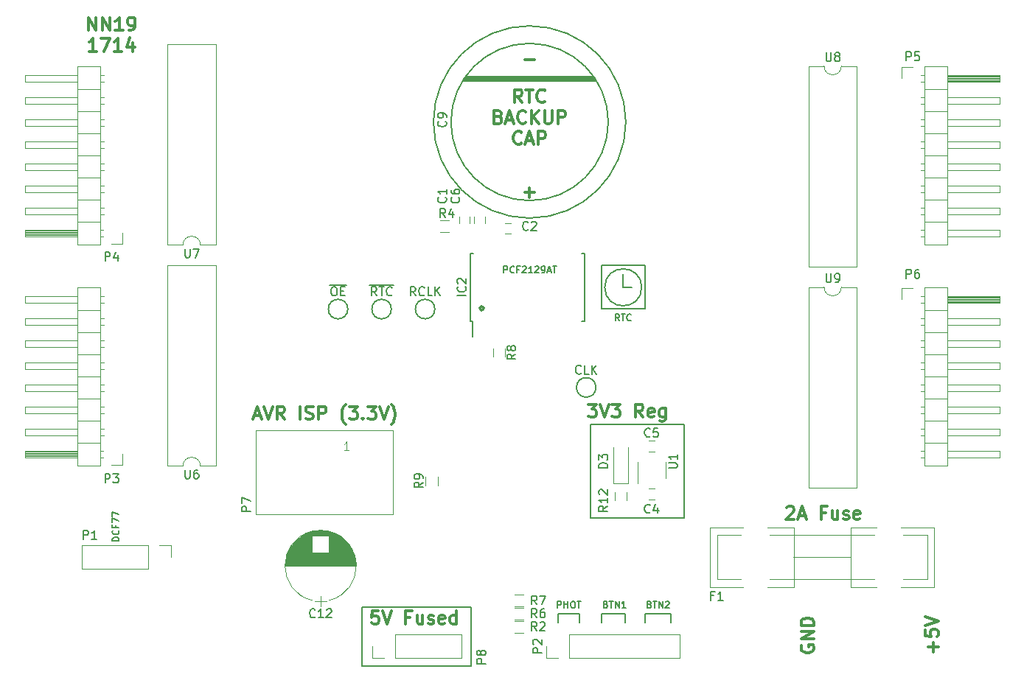
<source format=gto>
G04 #@! TF.FileFunction,Legend,Top*
%FSLAX46Y46*%
G04 Gerber Fmt 4.6, Leading zero omitted, Abs format (unit mm)*
G04 Created by KiCad (PCBNEW 4.0.2-stable) date 05/04/2017 02:23:03*
%MOMM*%
G01*
G04 APERTURE LIST*
%ADD10C,0.100000*%
%ADD11C,0.300000*%
%ADD12C,0.200000*%
%ADD13C,0.152400*%
%ADD14C,0.120000*%
%ADD15C,0.150000*%
%ADD16R,0.500000X0.900000*%
%ADD17R,1.600000X1.600000*%
%ADD18O,1.600000X1.600000*%
%ADD19R,0.750000X0.800000*%
%ADD20R,0.800000X0.750000*%
%ADD21R,0.600000X1.950000*%
%ADD22R,1.700000X1.700000*%
%ADD23O,1.700000X1.700000*%
%ADD24R,0.900000X0.500000*%
%ADD25R,0.650000X1.060000*%
%ADD26R,1.727200X1.727200*%
%ADD27O,1.727200X1.727200*%
%ADD28R,1.500000X1.500000*%
%ADD29C,2.350000*%
%ADD30C,1.600000*%
%ADD31C,5.999480*%
%ADD32C,2.200000*%
%ADD33C,1.524000*%
%ADD34C,1.500000*%
G04 APERTURE END LIST*
D10*
D11*
X105357143Y-55478571D02*
X105357143Y-53978571D01*
X106214286Y-55478571D01*
X106214286Y-53978571D01*
X106928572Y-55478571D02*
X106928572Y-53978571D01*
X107785715Y-55478571D01*
X107785715Y-53978571D01*
X109285715Y-55478571D02*
X108428572Y-55478571D01*
X108857144Y-55478571D02*
X108857144Y-53978571D01*
X108714287Y-54192857D01*
X108571429Y-54335714D01*
X108428572Y-54407143D01*
X110000000Y-55478571D02*
X110285715Y-55478571D01*
X110428572Y-55407143D01*
X110500000Y-55335714D01*
X110642858Y-55121429D01*
X110714286Y-54835714D01*
X110714286Y-54264286D01*
X110642858Y-54121429D01*
X110571429Y-54050000D01*
X110428572Y-53978571D01*
X110142858Y-53978571D01*
X110000000Y-54050000D01*
X109928572Y-54121429D01*
X109857143Y-54264286D01*
X109857143Y-54621429D01*
X109928572Y-54764286D01*
X110000000Y-54835714D01*
X110142858Y-54907143D01*
X110428572Y-54907143D01*
X110571429Y-54835714D01*
X110642858Y-54764286D01*
X110714286Y-54621429D01*
X106285715Y-57878571D02*
X105428572Y-57878571D01*
X105857144Y-57878571D02*
X105857144Y-56378571D01*
X105714287Y-56592857D01*
X105571429Y-56735714D01*
X105428572Y-56807143D01*
X106785715Y-56378571D02*
X107785715Y-56378571D01*
X107142858Y-57878571D01*
X109142857Y-57878571D02*
X108285714Y-57878571D01*
X108714286Y-57878571D02*
X108714286Y-56378571D01*
X108571429Y-56592857D01*
X108428571Y-56735714D01*
X108285714Y-56807143D01*
X110428571Y-56878571D02*
X110428571Y-57878571D01*
X110071428Y-56307143D02*
X109714285Y-57378571D01*
X110642857Y-57378571D01*
X150500001Y-87178571D02*
X150357143Y-87250000D01*
X150285715Y-87392857D01*
X150357143Y-87535714D01*
X150500001Y-87607143D01*
X150642858Y-87535714D01*
X150714286Y-87392857D01*
X150642858Y-87250000D01*
X150500001Y-87178571D01*
D12*
X135118034Y-87500000D02*
G75*
G03X135118034Y-87500000I-1118034J0D01*
G01*
X140118034Y-87500000D02*
G75*
G03X140118034Y-87500000I-1118034J0D01*
G01*
X145118034Y-87500000D02*
G75*
G03X145118034Y-87500000I-1118034J0D01*
G01*
X163618034Y-96500000D02*
G75*
G03X163618034Y-96500000I-1118034J0D01*
G01*
D13*
X108844714Y-114132856D02*
X108082714Y-114132856D01*
X108082714Y-113951428D01*
X108119000Y-113842571D01*
X108191571Y-113769999D01*
X108264143Y-113733714D01*
X108409286Y-113697428D01*
X108518143Y-113697428D01*
X108663286Y-113733714D01*
X108735857Y-113769999D01*
X108808429Y-113842571D01*
X108844714Y-113951428D01*
X108844714Y-114132856D01*
X108772143Y-112935428D02*
X108808429Y-112971714D01*
X108844714Y-113080571D01*
X108844714Y-113153142D01*
X108808429Y-113261999D01*
X108735857Y-113334571D01*
X108663286Y-113370856D01*
X108518143Y-113407142D01*
X108409286Y-113407142D01*
X108264143Y-113370856D01*
X108191571Y-113334571D01*
X108119000Y-113261999D01*
X108082714Y-113153142D01*
X108082714Y-113080571D01*
X108119000Y-112971714D01*
X108155286Y-112935428D01*
X108445571Y-112354856D02*
X108445571Y-112608856D01*
X108844714Y-112608856D02*
X108082714Y-112608856D01*
X108082714Y-112245999D01*
X108082714Y-112028285D02*
X108082714Y-111520285D01*
X108844714Y-111846856D01*
X108082714Y-111302571D02*
X108082714Y-110794571D01*
X108844714Y-111121142D01*
X153024573Y-83344714D02*
X153024573Y-82582714D01*
X153314858Y-82582714D01*
X153387430Y-82619000D01*
X153423715Y-82655286D01*
X153460001Y-82727857D01*
X153460001Y-82836714D01*
X153423715Y-82909286D01*
X153387430Y-82945571D01*
X153314858Y-82981857D01*
X153024573Y-82981857D01*
X154222001Y-83272143D02*
X154185715Y-83308429D01*
X154076858Y-83344714D01*
X154004287Y-83344714D01*
X153895430Y-83308429D01*
X153822858Y-83235857D01*
X153786573Y-83163286D01*
X153750287Y-83018143D01*
X153750287Y-82909286D01*
X153786573Y-82764143D01*
X153822858Y-82691571D01*
X153895430Y-82619000D01*
X154004287Y-82582714D01*
X154076858Y-82582714D01*
X154185715Y-82619000D01*
X154222001Y-82655286D01*
X154802573Y-82945571D02*
X154548573Y-82945571D01*
X154548573Y-83344714D02*
X154548573Y-82582714D01*
X154911430Y-82582714D01*
X155165430Y-82655286D02*
X155201716Y-82619000D01*
X155274287Y-82582714D01*
X155455716Y-82582714D01*
X155528287Y-82619000D01*
X155564573Y-82655286D01*
X155600858Y-82727857D01*
X155600858Y-82800429D01*
X155564573Y-82909286D01*
X155129144Y-83344714D01*
X155600858Y-83344714D01*
X156326572Y-83344714D02*
X155891144Y-83344714D01*
X156108858Y-83344714D02*
X156108858Y-82582714D01*
X156036287Y-82691571D01*
X155963715Y-82764143D01*
X155891144Y-82800429D01*
X156616858Y-82655286D02*
X156653144Y-82619000D01*
X156725715Y-82582714D01*
X156907144Y-82582714D01*
X156979715Y-82619000D01*
X157016001Y-82655286D01*
X157052286Y-82727857D01*
X157052286Y-82800429D01*
X157016001Y-82909286D01*
X156580572Y-83344714D01*
X157052286Y-83344714D01*
X157415143Y-83344714D02*
X157560286Y-83344714D01*
X157632858Y-83308429D01*
X157669143Y-83272143D01*
X157741715Y-83163286D01*
X157778000Y-83018143D01*
X157778000Y-82727857D01*
X157741715Y-82655286D01*
X157705429Y-82619000D01*
X157632858Y-82582714D01*
X157487715Y-82582714D01*
X157415143Y-82619000D01*
X157378858Y-82655286D01*
X157342572Y-82727857D01*
X157342572Y-82909286D01*
X157378858Y-82981857D01*
X157415143Y-83018143D01*
X157487715Y-83054429D01*
X157632858Y-83054429D01*
X157705429Y-83018143D01*
X157741715Y-82981857D01*
X157778000Y-82909286D01*
X158068286Y-83127000D02*
X158431143Y-83127000D01*
X157995714Y-83344714D02*
X158249714Y-82582714D01*
X158503714Y-83344714D01*
X158648857Y-82582714D02*
X159084286Y-82582714D01*
X158866572Y-83344714D02*
X158866572Y-82582714D01*
X166314572Y-88844714D02*
X166060572Y-88481857D01*
X165879144Y-88844714D02*
X165879144Y-88082714D01*
X166169429Y-88082714D01*
X166242001Y-88119000D01*
X166278286Y-88155286D01*
X166314572Y-88227857D01*
X166314572Y-88336714D01*
X166278286Y-88409286D01*
X166242001Y-88445571D01*
X166169429Y-88481857D01*
X165879144Y-88481857D01*
X166532286Y-88082714D02*
X166967715Y-88082714D01*
X166750001Y-88844714D02*
X166750001Y-88082714D01*
X167657143Y-88772143D02*
X167620857Y-88808429D01*
X167512000Y-88844714D01*
X167439429Y-88844714D01*
X167330572Y-88808429D01*
X167258000Y-88735857D01*
X167221715Y-88663286D01*
X167185429Y-88518143D01*
X167185429Y-88409286D01*
X167221715Y-88264143D01*
X167258000Y-88191571D01*
X167330572Y-88119000D01*
X167439429Y-88082714D01*
X167512000Y-88082714D01*
X167620857Y-88119000D01*
X167657143Y-88155286D01*
D12*
X166750000Y-85000000D02*
X167750000Y-85000000D01*
X166750000Y-85000000D02*
X166750000Y-83500000D01*
X168871320Y-85000000D02*
G75*
G03X168871320Y-85000000I-2121320J0D01*
G01*
X164250000Y-82500000D02*
X164250000Y-83000000D01*
X169250000Y-82500000D02*
X164250000Y-82500000D01*
X169250000Y-87500000D02*
X169250000Y-82500000D01*
X168750000Y-87500000D02*
X169250000Y-87500000D01*
X164250000Y-87500000D02*
X168750000Y-87500000D01*
X164250000Y-83000000D02*
X164250000Y-87500000D01*
D11*
X185535715Y-110321429D02*
X185607144Y-110250000D01*
X185750001Y-110178571D01*
X186107144Y-110178571D01*
X186250001Y-110250000D01*
X186321430Y-110321429D01*
X186392858Y-110464286D01*
X186392858Y-110607143D01*
X186321430Y-110821429D01*
X185464287Y-111678571D01*
X186392858Y-111678571D01*
X186964286Y-111250000D02*
X187678572Y-111250000D01*
X186821429Y-111678571D02*
X187321429Y-110178571D01*
X187821429Y-111678571D01*
X189964286Y-110892857D02*
X189464286Y-110892857D01*
X189464286Y-111678571D02*
X189464286Y-110178571D01*
X190178572Y-110178571D01*
X191392857Y-110678571D02*
X191392857Y-111678571D01*
X190750000Y-110678571D02*
X190750000Y-111464286D01*
X190821428Y-111607143D01*
X190964286Y-111678571D01*
X191178571Y-111678571D01*
X191321428Y-111607143D01*
X191392857Y-111535714D01*
X192035714Y-111607143D02*
X192178571Y-111678571D01*
X192464286Y-111678571D01*
X192607143Y-111607143D01*
X192678571Y-111464286D01*
X192678571Y-111392857D01*
X192607143Y-111250000D01*
X192464286Y-111178571D01*
X192250000Y-111178571D01*
X192107143Y-111107143D01*
X192035714Y-110964286D01*
X192035714Y-110892857D01*
X192107143Y-110750000D01*
X192250000Y-110678571D01*
X192464286Y-110678571D01*
X192607143Y-110750000D01*
X193892857Y-111607143D02*
X193750000Y-111678571D01*
X193464286Y-111678571D01*
X193321429Y-111607143D01*
X193250000Y-111464286D01*
X193250000Y-110892857D01*
X193321429Y-110750000D01*
X193464286Y-110678571D01*
X193750000Y-110678571D01*
X193892857Y-110750000D01*
X193964286Y-110892857D01*
X193964286Y-111035714D01*
X193250000Y-111178571D01*
X155142858Y-63778571D02*
X154642858Y-63064286D01*
X154285715Y-63778571D02*
X154285715Y-62278571D01*
X154857143Y-62278571D01*
X155000001Y-62350000D01*
X155071429Y-62421429D01*
X155142858Y-62564286D01*
X155142858Y-62778571D01*
X155071429Y-62921429D01*
X155000001Y-62992857D01*
X154857143Y-63064286D01*
X154285715Y-63064286D01*
X155571429Y-62278571D02*
X156428572Y-62278571D01*
X156000001Y-63778571D02*
X156000001Y-62278571D01*
X157785715Y-63635714D02*
X157714286Y-63707143D01*
X157500000Y-63778571D01*
X157357143Y-63778571D01*
X157142858Y-63707143D01*
X157000000Y-63564286D01*
X156928572Y-63421429D01*
X156857143Y-63135714D01*
X156857143Y-62921429D01*
X156928572Y-62635714D01*
X157000000Y-62492857D01*
X157142858Y-62350000D01*
X157357143Y-62278571D01*
X157500000Y-62278571D01*
X157714286Y-62350000D01*
X157785715Y-62421429D01*
X152428572Y-65392857D02*
X152642858Y-65464286D01*
X152714286Y-65535714D01*
X152785715Y-65678571D01*
X152785715Y-65892857D01*
X152714286Y-66035714D01*
X152642858Y-66107143D01*
X152500000Y-66178571D01*
X151928572Y-66178571D01*
X151928572Y-64678571D01*
X152428572Y-64678571D01*
X152571429Y-64750000D01*
X152642858Y-64821429D01*
X152714286Y-64964286D01*
X152714286Y-65107143D01*
X152642858Y-65250000D01*
X152571429Y-65321429D01*
X152428572Y-65392857D01*
X151928572Y-65392857D01*
X153357143Y-65750000D02*
X154071429Y-65750000D01*
X153214286Y-66178571D02*
X153714286Y-64678571D01*
X154214286Y-66178571D01*
X155571429Y-66035714D02*
X155500000Y-66107143D01*
X155285714Y-66178571D01*
X155142857Y-66178571D01*
X154928572Y-66107143D01*
X154785714Y-65964286D01*
X154714286Y-65821429D01*
X154642857Y-65535714D01*
X154642857Y-65321429D01*
X154714286Y-65035714D01*
X154785714Y-64892857D01*
X154928572Y-64750000D01*
X155142857Y-64678571D01*
X155285714Y-64678571D01*
X155500000Y-64750000D01*
X155571429Y-64821429D01*
X156214286Y-66178571D02*
X156214286Y-64678571D01*
X157071429Y-66178571D02*
X156428572Y-65321429D01*
X157071429Y-64678571D02*
X156214286Y-65535714D01*
X157714286Y-64678571D02*
X157714286Y-65892857D01*
X157785714Y-66035714D01*
X157857143Y-66107143D01*
X158000000Y-66178571D01*
X158285714Y-66178571D01*
X158428572Y-66107143D01*
X158500000Y-66035714D01*
X158571429Y-65892857D01*
X158571429Y-64678571D01*
X159285715Y-66178571D02*
X159285715Y-64678571D01*
X159857143Y-64678571D01*
X160000001Y-64750000D01*
X160071429Y-64821429D01*
X160142858Y-64964286D01*
X160142858Y-65178571D01*
X160071429Y-65321429D01*
X160000001Y-65392857D01*
X159857143Y-65464286D01*
X159285715Y-65464286D01*
X155071429Y-68435714D02*
X155000000Y-68507143D01*
X154785714Y-68578571D01*
X154642857Y-68578571D01*
X154428572Y-68507143D01*
X154285714Y-68364286D01*
X154214286Y-68221429D01*
X154142857Y-67935714D01*
X154142857Y-67721429D01*
X154214286Y-67435714D01*
X154285714Y-67292857D01*
X154428572Y-67150000D01*
X154642857Y-67078571D01*
X154785714Y-67078571D01*
X155000000Y-67150000D01*
X155071429Y-67221429D01*
X155642857Y-68150000D02*
X156357143Y-68150000D01*
X155500000Y-68578571D02*
X156000000Y-67078571D01*
X156500000Y-68578571D01*
X157000000Y-68578571D02*
X157000000Y-67078571D01*
X157571428Y-67078571D01*
X157714286Y-67150000D01*
X157785714Y-67221429D01*
X157857143Y-67364286D01*
X157857143Y-67578571D01*
X157785714Y-67721429D01*
X157714286Y-67792857D01*
X157571428Y-67864286D01*
X157000000Y-67864286D01*
X124357144Y-99750000D02*
X125071430Y-99750000D01*
X124214287Y-100178571D02*
X124714287Y-98678571D01*
X125214287Y-100178571D01*
X125500001Y-98678571D02*
X126000001Y-100178571D01*
X126500001Y-98678571D01*
X127857144Y-100178571D02*
X127357144Y-99464286D01*
X127000001Y-100178571D02*
X127000001Y-98678571D01*
X127571429Y-98678571D01*
X127714287Y-98750000D01*
X127785715Y-98821429D01*
X127857144Y-98964286D01*
X127857144Y-99178571D01*
X127785715Y-99321429D01*
X127714287Y-99392857D01*
X127571429Y-99464286D01*
X127000001Y-99464286D01*
X129642858Y-100178571D02*
X129642858Y-98678571D01*
X130285715Y-100107143D02*
X130500001Y-100178571D01*
X130857144Y-100178571D01*
X131000001Y-100107143D01*
X131071430Y-100035714D01*
X131142858Y-99892857D01*
X131142858Y-99750000D01*
X131071430Y-99607143D01*
X131000001Y-99535714D01*
X130857144Y-99464286D01*
X130571430Y-99392857D01*
X130428572Y-99321429D01*
X130357144Y-99250000D01*
X130285715Y-99107143D01*
X130285715Y-98964286D01*
X130357144Y-98821429D01*
X130428572Y-98750000D01*
X130571430Y-98678571D01*
X130928572Y-98678571D01*
X131142858Y-98750000D01*
X131785715Y-100178571D02*
X131785715Y-98678571D01*
X132357143Y-98678571D01*
X132500001Y-98750000D01*
X132571429Y-98821429D01*
X132642858Y-98964286D01*
X132642858Y-99178571D01*
X132571429Y-99321429D01*
X132500001Y-99392857D01*
X132357143Y-99464286D01*
X131785715Y-99464286D01*
X134857143Y-100750000D02*
X134785715Y-100678571D01*
X134642858Y-100464286D01*
X134571429Y-100321429D01*
X134500000Y-100107143D01*
X134428572Y-99750000D01*
X134428572Y-99464286D01*
X134500000Y-99107143D01*
X134571429Y-98892857D01*
X134642858Y-98750000D01*
X134785715Y-98535714D01*
X134857143Y-98464286D01*
X135285715Y-98678571D02*
X136214286Y-98678571D01*
X135714286Y-99250000D01*
X135928572Y-99250000D01*
X136071429Y-99321429D01*
X136142858Y-99392857D01*
X136214286Y-99535714D01*
X136214286Y-99892857D01*
X136142858Y-100035714D01*
X136071429Y-100107143D01*
X135928572Y-100178571D01*
X135500000Y-100178571D01*
X135357143Y-100107143D01*
X135285715Y-100035714D01*
X136857143Y-100035714D02*
X136928571Y-100107143D01*
X136857143Y-100178571D01*
X136785714Y-100107143D01*
X136857143Y-100035714D01*
X136857143Y-100178571D01*
X137428572Y-98678571D02*
X138357143Y-98678571D01*
X137857143Y-99250000D01*
X138071429Y-99250000D01*
X138214286Y-99321429D01*
X138285715Y-99392857D01*
X138357143Y-99535714D01*
X138357143Y-99892857D01*
X138285715Y-100035714D01*
X138214286Y-100107143D01*
X138071429Y-100178571D01*
X137642857Y-100178571D01*
X137500000Y-100107143D01*
X137428572Y-100035714D01*
X138785714Y-98678571D02*
X139285714Y-100178571D01*
X139785714Y-98678571D01*
X140142857Y-100750000D02*
X140214285Y-100678571D01*
X140357142Y-100464286D01*
X140428571Y-100321429D01*
X140500000Y-100107143D01*
X140571428Y-99750000D01*
X140571428Y-99464286D01*
X140500000Y-99107143D01*
X140428571Y-98892857D01*
X140357142Y-98750000D01*
X140214285Y-98535714D01*
X140142857Y-98464286D01*
X162750001Y-98428571D02*
X163678572Y-98428571D01*
X163178572Y-99000000D01*
X163392858Y-99000000D01*
X163535715Y-99071429D01*
X163607144Y-99142857D01*
X163678572Y-99285714D01*
X163678572Y-99642857D01*
X163607144Y-99785714D01*
X163535715Y-99857143D01*
X163392858Y-99928571D01*
X162964286Y-99928571D01*
X162821429Y-99857143D01*
X162750001Y-99785714D01*
X164107143Y-98428571D02*
X164607143Y-99928571D01*
X165107143Y-98428571D01*
X165464286Y-98428571D02*
X166392857Y-98428571D01*
X165892857Y-99000000D01*
X166107143Y-99000000D01*
X166250000Y-99071429D01*
X166321429Y-99142857D01*
X166392857Y-99285714D01*
X166392857Y-99642857D01*
X166321429Y-99785714D01*
X166250000Y-99857143D01*
X166107143Y-99928571D01*
X165678571Y-99928571D01*
X165535714Y-99857143D01*
X165464286Y-99785714D01*
X169035714Y-99928571D02*
X168535714Y-99214286D01*
X168178571Y-99928571D02*
X168178571Y-98428571D01*
X168749999Y-98428571D01*
X168892857Y-98500000D01*
X168964285Y-98571429D01*
X169035714Y-98714286D01*
X169035714Y-98928571D01*
X168964285Y-99071429D01*
X168892857Y-99142857D01*
X168749999Y-99214286D01*
X168178571Y-99214286D01*
X170249999Y-99857143D02*
X170107142Y-99928571D01*
X169821428Y-99928571D01*
X169678571Y-99857143D01*
X169607142Y-99714286D01*
X169607142Y-99142857D01*
X169678571Y-99000000D01*
X169821428Y-98928571D01*
X170107142Y-98928571D01*
X170249999Y-99000000D01*
X170321428Y-99142857D01*
X170321428Y-99285714D01*
X169607142Y-99428571D01*
X171607142Y-98928571D02*
X171607142Y-100142857D01*
X171535713Y-100285714D01*
X171464285Y-100357143D01*
X171321428Y-100428571D01*
X171107142Y-100428571D01*
X170964285Y-100357143D01*
X171607142Y-99857143D02*
X171464285Y-99928571D01*
X171178571Y-99928571D01*
X171035713Y-99857143D01*
X170964285Y-99785714D01*
X170892856Y-99642857D01*
X170892856Y-99214286D01*
X170964285Y-99071429D01*
X171035713Y-99000000D01*
X171178571Y-98928571D01*
X171464285Y-98928571D01*
X171607142Y-99000000D01*
D12*
X173750000Y-100750000D02*
X163000000Y-100750000D01*
X173750000Y-111500000D02*
X173750000Y-100750000D01*
X163000000Y-111500000D02*
X173750000Y-111500000D01*
X163000000Y-100750000D02*
X163000000Y-111500000D01*
D13*
X169752144Y-121445571D02*
X169861001Y-121481857D01*
X169897286Y-121518143D01*
X169933572Y-121590714D01*
X169933572Y-121699571D01*
X169897286Y-121772143D01*
X169861001Y-121808429D01*
X169788429Y-121844714D01*
X169498144Y-121844714D01*
X169498144Y-121082714D01*
X169752144Y-121082714D01*
X169824715Y-121119000D01*
X169861001Y-121155286D01*
X169897286Y-121227857D01*
X169897286Y-121300429D01*
X169861001Y-121373000D01*
X169824715Y-121409286D01*
X169752144Y-121445571D01*
X169498144Y-121445571D01*
X170151286Y-121082714D02*
X170586715Y-121082714D01*
X170369001Y-121844714D02*
X170369001Y-121082714D01*
X170840715Y-121844714D02*
X170840715Y-121082714D01*
X171276143Y-121844714D01*
X171276143Y-121082714D01*
X171602715Y-121155286D02*
X171639001Y-121119000D01*
X171711572Y-121082714D01*
X171893001Y-121082714D01*
X171965572Y-121119000D01*
X172001858Y-121155286D01*
X172038143Y-121227857D01*
X172038143Y-121300429D01*
X172001858Y-121409286D01*
X171566429Y-121844714D01*
X172038143Y-121844714D01*
X164752144Y-121445571D02*
X164861001Y-121481857D01*
X164897286Y-121518143D01*
X164933572Y-121590714D01*
X164933572Y-121699571D01*
X164897286Y-121772143D01*
X164861001Y-121808429D01*
X164788429Y-121844714D01*
X164498144Y-121844714D01*
X164498144Y-121082714D01*
X164752144Y-121082714D01*
X164824715Y-121119000D01*
X164861001Y-121155286D01*
X164897286Y-121227857D01*
X164897286Y-121300429D01*
X164861001Y-121373000D01*
X164824715Y-121409286D01*
X164752144Y-121445571D01*
X164498144Y-121445571D01*
X165151286Y-121082714D02*
X165586715Y-121082714D01*
X165369001Y-121844714D02*
X165369001Y-121082714D01*
X165840715Y-121844714D02*
X165840715Y-121082714D01*
X166276143Y-121844714D01*
X166276143Y-121082714D01*
X167038143Y-121844714D02*
X166602715Y-121844714D01*
X166820429Y-121844714D02*
X166820429Y-121082714D01*
X166747858Y-121191571D01*
X166675286Y-121264143D01*
X166602715Y-121300429D01*
X159211858Y-121844714D02*
X159211858Y-121082714D01*
X159502143Y-121082714D01*
X159574715Y-121119000D01*
X159611000Y-121155286D01*
X159647286Y-121227857D01*
X159647286Y-121336714D01*
X159611000Y-121409286D01*
X159574715Y-121445571D01*
X159502143Y-121481857D01*
X159211858Y-121481857D01*
X159973858Y-121844714D02*
X159973858Y-121082714D01*
X159973858Y-121445571D02*
X160409286Y-121445571D01*
X160409286Y-121844714D02*
X160409286Y-121082714D01*
X160917286Y-121082714D02*
X161062429Y-121082714D01*
X161135001Y-121119000D01*
X161207572Y-121191571D01*
X161243858Y-121336714D01*
X161243858Y-121590714D01*
X161207572Y-121735857D01*
X161135001Y-121808429D01*
X161062429Y-121844714D01*
X160917286Y-121844714D01*
X160844715Y-121808429D01*
X160772144Y-121735857D01*
X160735858Y-121590714D01*
X160735858Y-121336714D01*
X160772144Y-121191571D01*
X160844715Y-121119000D01*
X160917286Y-121082714D01*
X161461572Y-121082714D02*
X161897001Y-121082714D01*
X161679287Y-121844714D02*
X161679287Y-121082714D01*
D12*
X172250000Y-122500000D02*
X172250000Y-123500000D01*
X169250000Y-122500000D02*
X172250000Y-122500000D01*
X169250000Y-123500000D02*
X169250000Y-122500000D01*
X167000000Y-122500000D02*
X167000000Y-123500000D01*
X164250000Y-122500000D02*
X167000000Y-122500000D01*
X164250000Y-123500000D02*
X164250000Y-122500000D01*
X159250000Y-123250000D02*
X159250000Y-123500000D01*
X161750000Y-122500000D02*
X161750000Y-123500000D01*
X159250000Y-122500000D02*
X161750000Y-122500000D01*
X159250000Y-123250000D02*
X159250000Y-122500000D01*
D11*
X187250000Y-126142857D02*
X187178571Y-126285714D01*
X187178571Y-126500000D01*
X187250000Y-126714285D01*
X187392857Y-126857143D01*
X187535714Y-126928571D01*
X187821429Y-127000000D01*
X188035714Y-127000000D01*
X188321429Y-126928571D01*
X188464286Y-126857143D01*
X188607143Y-126714285D01*
X188678571Y-126500000D01*
X188678571Y-126357143D01*
X188607143Y-126142857D01*
X188535714Y-126071428D01*
X188035714Y-126071428D01*
X188035714Y-126357143D01*
X188678571Y-125428571D02*
X187178571Y-125428571D01*
X188678571Y-124571428D01*
X187178571Y-124571428D01*
X188678571Y-123857142D02*
X187178571Y-123857142D01*
X187178571Y-123499999D01*
X187250000Y-123285714D01*
X187392857Y-123142856D01*
X187535714Y-123071428D01*
X187821429Y-122999999D01*
X188035714Y-122999999D01*
X188321429Y-123071428D01*
X188464286Y-123142856D01*
X188607143Y-123285714D01*
X188678571Y-123499999D01*
X188678571Y-123857142D01*
X202357143Y-126928571D02*
X202357143Y-125785714D01*
X202928571Y-126357143D02*
X201785714Y-126357143D01*
X201428571Y-124357142D02*
X201428571Y-125071428D01*
X202142857Y-125142857D01*
X202071429Y-125071428D01*
X202000000Y-124928571D01*
X202000000Y-124571428D01*
X202071429Y-124428571D01*
X202142857Y-124357142D01*
X202285714Y-124285714D01*
X202642857Y-124285714D01*
X202785714Y-124357142D01*
X202857143Y-124428571D01*
X202928571Y-124571428D01*
X202928571Y-124928571D01*
X202857143Y-125071428D01*
X202785714Y-125142857D01*
X201428571Y-123857143D02*
X202928571Y-123357143D01*
X201428571Y-122857143D01*
X138642858Y-122178571D02*
X137928572Y-122178571D01*
X137857143Y-122892857D01*
X137928572Y-122821429D01*
X138071429Y-122750000D01*
X138428572Y-122750000D01*
X138571429Y-122821429D01*
X138642858Y-122892857D01*
X138714286Y-123035714D01*
X138714286Y-123392857D01*
X138642858Y-123535714D01*
X138571429Y-123607143D01*
X138428572Y-123678571D01*
X138071429Y-123678571D01*
X137928572Y-123607143D01*
X137857143Y-123535714D01*
X139142857Y-122178571D02*
X139642857Y-123678571D01*
X140142857Y-122178571D01*
X142285714Y-122892857D02*
X141785714Y-122892857D01*
X141785714Y-123678571D02*
X141785714Y-122178571D01*
X142500000Y-122178571D01*
X143714285Y-122678571D02*
X143714285Y-123678571D01*
X143071428Y-122678571D02*
X143071428Y-123464286D01*
X143142856Y-123607143D01*
X143285714Y-123678571D01*
X143499999Y-123678571D01*
X143642856Y-123607143D01*
X143714285Y-123535714D01*
X144357142Y-123607143D02*
X144499999Y-123678571D01*
X144785714Y-123678571D01*
X144928571Y-123607143D01*
X144999999Y-123464286D01*
X144999999Y-123392857D01*
X144928571Y-123250000D01*
X144785714Y-123178571D01*
X144571428Y-123178571D01*
X144428571Y-123107143D01*
X144357142Y-122964286D01*
X144357142Y-122892857D01*
X144428571Y-122750000D01*
X144571428Y-122678571D01*
X144785714Y-122678571D01*
X144928571Y-122750000D01*
X146214285Y-123607143D02*
X146071428Y-123678571D01*
X145785714Y-123678571D01*
X145642857Y-123607143D01*
X145571428Y-123464286D01*
X145571428Y-122892857D01*
X145642857Y-122750000D01*
X145785714Y-122678571D01*
X146071428Y-122678571D01*
X146214285Y-122750000D01*
X146285714Y-122892857D01*
X146285714Y-123035714D01*
X145571428Y-123178571D01*
X147571428Y-123678571D02*
X147571428Y-122178571D01*
X147571428Y-123607143D02*
X147428571Y-123678571D01*
X147142857Y-123678571D01*
X146999999Y-123607143D01*
X146928571Y-123535714D01*
X146857142Y-123392857D01*
X146857142Y-122964286D01*
X146928571Y-122821429D01*
X146999999Y-122750000D01*
X147142857Y-122678571D01*
X147428571Y-122678571D01*
X147571428Y-122750000D01*
D12*
X149250000Y-128500000D02*
X136750000Y-128500000D01*
X149250000Y-121750000D02*
X149250000Y-128500000D01*
X136750000Y-121750000D02*
X149250000Y-121750000D01*
X136750000Y-128500000D02*
X136750000Y-121750000D01*
D14*
X154250000Y-120320000D02*
X155250000Y-120320000D01*
X155250000Y-121680000D02*
X154250000Y-121680000D01*
X191810000Y-84970000D02*
G75*
G02X189810000Y-84970000I-1000000J0D01*
G01*
X189810000Y-84970000D02*
X188040000Y-84970000D01*
X188040000Y-84970000D02*
X188040000Y-108070000D01*
X188040000Y-108070000D02*
X193580000Y-108070000D01*
X193580000Y-108070000D02*
X193580000Y-84970000D01*
X193580000Y-84970000D02*
X191810000Y-84970000D01*
X147900000Y-77600000D02*
X147900000Y-76900000D01*
X149100000Y-76900000D02*
X149100000Y-77600000D01*
X153150000Y-77650000D02*
X153850000Y-77650000D01*
X153850000Y-78850000D02*
X153150000Y-78850000D01*
X169650000Y-108150000D02*
X170350000Y-108150000D01*
X170350000Y-109350000D02*
X169650000Y-109350000D01*
X169650000Y-102650000D02*
X170350000Y-102650000D01*
X170350000Y-103850000D02*
X169650000Y-103850000D01*
X150850000Y-76900000D02*
X150850000Y-77600000D01*
X149650000Y-77600000D02*
X149650000Y-76900000D01*
D15*
X149175000Y-88875000D02*
X149425000Y-88875000D01*
X149175000Y-81125000D02*
X149510000Y-81125000D01*
X162325000Y-81125000D02*
X161990000Y-81125000D01*
X162325000Y-88875000D02*
X161990000Y-88875000D01*
X149175000Y-88875000D02*
X149175000Y-81125000D01*
X162325000Y-88875000D02*
X162325000Y-81125000D01*
X149425000Y-88875000D02*
X149425000Y-90675000D01*
D14*
X106660000Y-105470000D02*
X106660000Y-102870000D01*
X106660000Y-102870000D02*
X104040000Y-102870000D01*
X104040000Y-102870000D02*
X104040000Y-105470000D01*
X104040000Y-105470000D02*
X106660000Y-105470000D01*
X104040000Y-104520000D02*
X104040000Y-103760000D01*
X104040000Y-103760000D02*
X98040000Y-103760000D01*
X98040000Y-103760000D02*
X98040000Y-104520000D01*
X98040000Y-104520000D02*
X104040000Y-104520000D01*
X107090000Y-104520000D02*
X106660000Y-104520000D01*
X107090000Y-103760000D02*
X106660000Y-103760000D01*
X104040000Y-104400000D02*
X98040000Y-104400000D01*
X104040000Y-104280000D02*
X98040000Y-104280000D01*
X104040000Y-104160000D02*
X98040000Y-104160000D01*
X104040000Y-104040000D02*
X98040000Y-104040000D01*
X104040000Y-103920000D02*
X98040000Y-103920000D01*
X104040000Y-103800000D02*
X98040000Y-103800000D01*
X106660000Y-102870000D02*
X106660000Y-100330000D01*
X106660000Y-100330000D02*
X104040000Y-100330000D01*
X104040000Y-100330000D02*
X104040000Y-102870000D01*
X104040000Y-102870000D02*
X106660000Y-102870000D01*
X104040000Y-101980000D02*
X104040000Y-101220000D01*
X104040000Y-101220000D02*
X98040000Y-101220000D01*
X98040000Y-101220000D02*
X98040000Y-101980000D01*
X98040000Y-101980000D02*
X104040000Y-101980000D01*
X107090000Y-101980000D02*
X106660000Y-101980000D01*
X107090000Y-101220000D02*
X106660000Y-101220000D01*
X106660000Y-100330000D02*
X106660000Y-97790000D01*
X106660000Y-97790000D02*
X104040000Y-97790000D01*
X104040000Y-97790000D02*
X104040000Y-100330000D01*
X104040000Y-100330000D02*
X106660000Y-100330000D01*
X104040000Y-99440000D02*
X104040000Y-98680000D01*
X104040000Y-98680000D02*
X98040000Y-98680000D01*
X98040000Y-98680000D02*
X98040000Y-99440000D01*
X98040000Y-99440000D02*
X104040000Y-99440000D01*
X107090000Y-99440000D02*
X106660000Y-99440000D01*
X107090000Y-98680000D02*
X106660000Y-98680000D01*
X106660000Y-97790000D02*
X106660000Y-95250000D01*
X106660000Y-95250000D02*
X104040000Y-95250000D01*
X104040000Y-95250000D02*
X104040000Y-97790000D01*
X104040000Y-97790000D02*
X106660000Y-97790000D01*
X104040000Y-96900000D02*
X104040000Y-96140000D01*
X104040000Y-96140000D02*
X98040000Y-96140000D01*
X98040000Y-96140000D02*
X98040000Y-96900000D01*
X98040000Y-96900000D02*
X104040000Y-96900000D01*
X107090000Y-96900000D02*
X106660000Y-96900000D01*
X107090000Y-96140000D02*
X106660000Y-96140000D01*
X106660000Y-95250000D02*
X106660000Y-92710000D01*
X106660000Y-92710000D02*
X104040000Y-92710000D01*
X104040000Y-92710000D02*
X104040000Y-95250000D01*
X104040000Y-95250000D02*
X106660000Y-95250000D01*
X104040000Y-94360000D02*
X104040000Y-93600000D01*
X104040000Y-93600000D02*
X98040000Y-93600000D01*
X98040000Y-93600000D02*
X98040000Y-94360000D01*
X98040000Y-94360000D02*
X104040000Y-94360000D01*
X107090000Y-94360000D02*
X106660000Y-94360000D01*
X107090000Y-93600000D02*
X106660000Y-93600000D01*
X106660000Y-92710000D02*
X106660000Y-90170000D01*
X106660000Y-90170000D02*
X104040000Y-90170000D01*
X104040000Y-90170000D02*
X104040000Y-92710000D01*
X104040000Y-92710000D02*
X106660000Y-92710000D01*
X104040000Y-91820000D02*
X104040000Y-91060000D01*
X104040000Y-91060000D02*
X98040000Y-91060000D01*
X98040000Y-91060000D02*
X98040000Y-91820000D01*
X98040000Y-91820000D02*
X104040000Y-91820000D01*
X107090000Y-91820000D02*
X106660000Y-91820000D01*
X107090000Y-91060000D02*
X106660000Y-91060000D01*
X106660000Y-90170000D02*
X106660000Y-87630000D01*
X106660000Y-87630000D02*
X104040000Y-87630000D01*
X104040000Y-87630000D02*
X104040000Y-90170000D01*
X104040000Y-90170000D02*
X106660000Y-90170000D01*
X104040000Y-89280000D02*
X104040000Y-88520000D01*
X104040000Y-88520000D02*
X98040000Y-88520000D01*
X98040000Y-88520000D02*
X98040000Y-89280000D01*
X98040000Y-89280000D02*
X104040000Y-89280000D01*
X107090000Y-89280000D02*
X106660000Y-89280000D01*
X107090000Y-88520000D02*
X106660000Y-88520000D01*
X106660000Y-87630000D02*
X106660000Y-85030000D01*
X106660000Y-85030000D02*
X104040000Y-85030000D01*
X104040000Y-85030000D02*
X104040000Y-87630000D01*
X104040000Y-87630000D02*
X106660000Y-87630000D01*
X104040000Y-86740000D02*
X104040000Y-85980000D01*
X104040000Y-85980000D02*
X98040000Y-85980000D01*
X98040000Y-85980000D02*
X98040000Y-86740000D01*
X98040000Y-86740000D02*
X104040000Y-86740000D01*
X107090000Y-86740000D02*
X106660000Y-86740000D01*
X107090000Y-85980000D02*
X106660000Y-85980000D01*
X109270000Y-104140000D02*
X109270000Y-105410000D01*
X109270000Y-105410000D02*
X108000000Y-105410000D01*
X106660000Y-80070000D02*
X106660000Y-77470000D01*
X106660000Y-77470000D02*
X104040000Y-77470000D01*
X104040000Y-77470000D02*
X104040000Y-80070000D01*
X104040000Y-80070000D02*
X106660000Y-80070000D01*
X104040000Y-79120000D02*
X104040000Y-78360000D01*
X104040000Y-78360000D02*
X98040000Y-78360000D01*
X98040000Y-78360000D02*
X98040000Y-79120000D01*
X98040000Y-79120000D02*
X104040000Y-79120000D01*
X107090000Y-79120000D02*
X106660000Y-79120000D01*
X107090000Y-78360000D02*
X106660000Y-78360000D01*
X104040000Y-79000000D02*
X98040000Y-79000000D01*
X104040000Y-78880000D02*
X98040000Y-78880000D01*
X104040000Y-78760000D02*
X98040000Y-78760000D01*
X104040000Y-78640000D02*
X98040000Y-78640000D01*
X104040000Y-78520000D02*
X98040000Y-78520000D01*
X104040000Y-78400000D02*
X98040000Y-78400000D01*
X106660000Y-77470000D02*
X106660000Y-74930000D01*
X106660000Y-74930000D02*
X104040000Y-74930000D01*
X104040000Y-74930000D02*
X104040000Y-77470000D01*
X104040000Y-77470000D02*
X106660000Y-77470000D01*
X104040000Y-76580000D02*
X104040000Y-75820000D01*
X104040000Y-75820000D02*
X98040000Y-75820000D01*
X98040000Y-75820000D02*
X98040000Y-76580000D01*
X98040000Y-76580000D02*
X104040000Y-76580000D01*
X107090000Y-76580000D02*
X106660000Y-76580000D01*
X107090000Y-75820000D02*
X106660000Y-75820000D01*
X106660000Y-74930000D02*
X106660000Y-72390000D01*
X106660000Y-72390000D02*
X104040000Y-72390000D01*
X104040000Y-72390000D02*
X104040000Y-74930000D01*
X104040000Y-74930000D02*
X106660000Y-74930000D01*
X104040000Y-74040000D02*
X104040000Y-73280000D01*
X104040000Y-73280000D02*
X98040000Y-73280000D01*
X98040000Y-73280000D02*
X98040000Y-74040000D01*
X98040000Y-74040000D02*
X104040000Y-74040000D01*
X107090000Y-74040000D02*
X106660000Y-74040000D01*
X107090000Y-73280000D02*
X106660000Y-73280000D01*
X106660000Y-72390000D02*
X106660000Y-69850000D01*
X106660000Y-69850000D02*
X104040000Y-69850000D01*
X104040000Y-69850000D02*
X104040000Y-72390000D01*
X104040000Y-72390000D02*
X106660000Y-72390000D01*
X104040000Y-71500000D02*
X104040000Y-70740000D01*
X104040000Y-70740000D02*
X98040000Y-70740000D01*
X98040000Y-70740000D02*
X98040000Y-71500000D01*
X98040000Y-71500000D02*
X104040000Y-71500000D01*
X107090000Y-71500000D02*
X106660000Y-71500000D01*
X107090000Y-70740000D02*
X106660000Y-70740000D01*
X106660000Y-69850000D02*
X106660000Y-67310000D01*
X106660000Y-67310000D02*
X104040000Y-67310000D01*
X104040000Y-67310000D02*
X104040000Y-69850000D01*
X104040000Y-69850000D02*
X106660000Y-69850000D01*
X104040000Y-68960000D02*
X104040000Y-68200000D01*
X104040000Y-68200000D02*
X98040000Y-68200000D01*
X98040000Y-68200000D02*
X98040000Y-68960000D01*
X98040000Y-68960000D02*
X104040000Y-68960000D01*
X107090000Y-68960000D02*
X106660000Y-68960000D01*
X107090000Y-68200000D02*
X106660000Y-68200000D01*
X106660000Y-67310000D02*
X106660000Y-64770000D01*
X106660000Y-64770000D02*
X104040000Y-64770000D01*
X104040000Y-64770000D02*
X104040000Y-67310000D01*
X104040000Y-67310000D02*
X106660000Y-67310000D01*
X104040000Y-66420000D02*
X104040000Y-65660000D01*
X104040000Y-65660000D02*
X98040000Y-65660000D01*
X98040000Y-65660000D02*
X98040000Y-66420000D01*
X98040000Y-66420000D02*
X104040000Y-66420000D01*
X107090000Y-66420000D02*
X106660000Y-66420000D01*
X107090000Y-65660000D02*
X106660000Y-65660000D01*
X106660000Y-64770000D02*
X106660000Y-62230000D01*
X106660000Y-62230000D02*
X104040000Y-62230000D01*
X104040000Y-62230000D02*
X104040000Y-64770000D01*
X104040000Y-64770000D02*
X106660000Y-64770000D01*
X104040000Y-63880000D02*
X104040000Y-63120000D01*
X104040000Y-63120000D02*
X98040000Y-63120000D01*
X98040000Y-63120000D02*
X98040000Y-63880000D01*
X98040000Y-63880000D02*
X104040000Y-63880000D01*
X107090000Y-63880000D02*
X106660000Y-63880000D01*
X107090000Y-63120000D02*
X106660000Y-63120000D01*
X106660000Y-62230000D02*
X106660000Y-59630000D01*
X106660000Y-59630000D02*
X104040000Y-59630000D01*
X104040000Y-59630000D02*
X104040000Y-62230000D01*
X104040000Y-62230000D02*
X106660000Y-62230000D01*
X104040000Y-61340000D02*
X104040000Y-60580000D01*
X104040000Y-60580000D02*
X98040000Y-60580000D01*
X98040000Y-60580000D02*
X98040000Y-61340000D01*
X98040000Y-61340000D02*
X104040000Y-61340000D01*
X107090000Y-61340000D02*
X106660000Y-61340000D01*
X107090000Y-60580000D02*
X106660000Y-60580000D01*
X109270000Y-78740000D02*
X109270000Y-80010000D01*
X109270000Y-80010000D02*
X108000000Y-80010000D01*
X201340000Y-59630000D02*
X201340000Y-62230000D01*
X201340000Y-62230000D02*
X203960000Y-62230000D01*
X203960000Y-62230000D02*
X203960000Y-59630000D01*
X203960000Y-59630000D02*
X201340000Y-59630000D01*
X203960000Y-60580000D02*
X203960000Y-61340000D01*
X203960000Y-61340000D02*
X209960000Y-61340000D01*
X209960000Y-61340000D02*
X209960000Y-60580000D01*
X209960000Y-60580000D02*
X203960000Y-60580000D01*
X200910000Y-60580000D02*
X201340000Y-60580000D01*
X200910000Y-61340000D02*
X201340000Y-61340000D01*
X203960000Y-60700000D02*
X209960000Y-60700000D01*
X203960000Y-60820000D02*
X209960000Y-60820000D01*
X203960000Y-60940000D02*
X209960000Y-60940000D01*
X203960000Y-61060000D02*
X209960000Y-61060000D01*
X203960000Y-61180000D02*
X209960000Y-61180000D01*
X203960000Y-61300000D02*
X209960000Y-61300000D01*
X201340000Y-62230000D02*
X201340000Y-64770000D01*
X201340000Y-64770000D02*
X203960000Y-64770000D01*
X203960000Y-64770000D02*
X203960000Y-62230000D01*
X203960000Y-62230000D02*
X201340000Y-62230000D01*
X203960000Y-63120000D02*
X203960000Y-63880000D01*
X203960000Y-63880000D02*
X209960000Y-63880000D01*
X209960000Y-63880000D02*
X209960000Y-63120000D01*
X209960000Y-63120000D02*
X203960000Y-63120000D01*
X200910000Y-63120000D02*
X201340000Y-63120000D01*
X200910000Y-63880000D02*
X201340000Y-63880000D01*
X201340000Y-64770000D02*
X201340000Y-67310000D01*
X201340000Y-67310000D02*
X203960000Y-67310000D01*
X203960000Y-67310000D02*
X203960000Y-64770000D01*
X203960000Y-64770000D02*
X201340000Y-64770000D01*
X203960000Y-65660000D02*
X203960000Y-66420000D01*
X203960000Y-66420000D02*
X209960000Y-66420000D01*
X209960000Y-66420000D02*
X209960000Y-65660000D01*
X209960000Y-65660000D02*
X203960000Y-65660000D01*
X200910000Y-65660000D02*
X201340000Y-65660000D01*
X200910000Y-66420000D02*
X201340000Y-66420000D01*
X201340000Y-67310000D02*
X201340000Y-69850000D01*
X201340000Y-69850000D02*
X203960000Y-69850000D01*
X203960000Y-69850000D02*
X203960000Y-67310000D01*
X203960000Y-67310000D02*
X201340000Y-67310000D01*
X203960000Y-68200000D02*
X203960000Y-68960000D01*
X203960000Y-68960000D02*
X209960000Y-68960000D01*
X209960000Y-68960000D02*
X209960000Y-68200000D01*
X209960000Y-68200000D02*
X203960000Y-68200000D01*
X200910000Y-68200000D02*
X201340000Y-68200000D01*
X200910000Y-68960000D02*
X201340000Y-68960000D01*
X201340000Y-69850000D02*
X201340000Y-72390000D01*
X201340000Y-72390000D02*
X203960000Y-72390000D01*
X203960000Y-72390000D02*
X203960000Y-69850000D01*
X203960000Y-69850000D02*
X201340000Y-69850000D01*
X203960000Y-70740000D02*
X203960000Y-71500000D01*
X203960000Y-71500000D02*
X209960000Y-71500000D01*
X209960000Y-71500000D02*
X209960000Y-70740000D01*
X209960000Y-70740000D02*
X203960000Y-70740000D01*
X200910000Y-70740000D02*
X201340000Y-70740000D01*
X200910000Y-71500000D02*
X201340000Y-71500000D01*
X201340000Y-72390000D02*
X201340000Y-74930000D01*
X201340000Y-74930000D02*
X203960000Y-74930000D01*
X203960000Y-74930000D02*
X203960000Y-72390000D01*
X203960000Y-72390000D02*
X201340000Y-72390000D01*
X203960000Y-73280000D02*
X203960000Y-74040000D01*
X203960000Y-74040000D02*
X209960000Y-74040000D01*
X209960000Y-74040000D02*
X209960000Y-73280000D01*
X209960000Y-73280000D02*
X203960000Y-73280000D01*
X200910000Y-73280000D02*
X201340000Y-73280000D01*
X200910000Y-74040000D02*
X201340000Y-74040000D01*
X201340000Y-74930000D02*
X201340000Y-77470000D01*
X201340000Y-77470000D02*
X203960000Y-77470000D01*
X203960000Y-77470000D02*
X203960000Y-74930000D01*
X203960000Y-74930000D02*
X201340000Y-74930000D01*
X203960000Y-75820000D02*
X203960000Y-76580000D01*
X203960000Y-76580000D02*
X209960000Y-76580000D01*
X209960000Y-76580000D02*
X209960000Y-75820000D01*
X209960000Y-75820000D02*
X203960000Y-75820000D01*
X200910000Y-75820000D02*
X201340000Y-75820000D01*
X200910000Y-76580000D02*
X201340000Y-76580000D01*
X201340000Y-77470000D02*
X201340000Y-80070000D01*
X201340000Y-80070000D02*
X203960000Y-80070000D01*
X203960000Y-80070000D02*
X203960000Y-77470000D01*
X203960000Y-77470000D02*
X201340000Y-77470000D01*
X203960000Y-78360000D02*
X203960000Y-79120000D01*
X203960000Y-79120000D02*
X209960000Y-79120000D01*
X209960000Y-79120000D02*
X209960000Y-78360000D01*
X209960000Y-78360000D02*
X203960000Y-78360000D01*
X200910000Y-78360000D02*
X201340000Y-78360000D01*
X200910000Y-79120000D02*
X201340000Y-79120000D01*
X198730000Y-60960000D02*
X198730000Y-59690000D01*
X198730000Y-59690000D02*
X200000000Y-59690000D01*
X201340000Y-85030000D02*
X201340000Y-87630000D01*
X201340000Y-87630000D02*
X203960000Y-87630000D01*
X203960000Y-87630000D02*
X203960000Y-85030000D01*
X203960000Y-85030000D02*
X201340000Y-85030000D01*
X203960000Y-85980000D02*
X203960000Y-86740000D01*
X203960000Y-86740000D02*
X209960000Y-86740000D01*
X209960000Y-86740000D02*
X209960000Y-85980000D01*
X209960000Y-85980000D02*
X203960000Y-85980000D01*
X200910000Y-85980000D02*
X201340000Y-85980000D01*
X200910000Y-86740000D02*
X201340000Y-86740000D01*
X203960000Y-86100000D02*
X209960000Y-86100000D01*
X203960000Y-86220000D02*
X209960000Y-86220000D01*
X203960000Y-86340000D02*
X209960000Y-86340000D01*
X203960000Y-86460000D02*
X209960000Y-86460000D01*
X203960000Y-86580000D02*
X209960000Y-86580000D01*
X203960000Y-86700000D02*
X209960000Y-86700000D01*
X201340000Y-87630000D02*
X201340000Y-90170000D01*
X201340000Y-90170000D02*
X203960000Y-90170000D01*
X203960000Y-90170000D02*
X203960000Y-87630000D01*
X203960000Y-87630000D02*
X201340000Y-87630000D01*
X203960000Y-88520000D02*
X203960000Y-89280000D01*
X203960000Y-89280000D02*
X209960000Y-89280000D01*
X209960000Y-89280000D02*
X209960000Y-88520000D01*
X209960000Y-88520000D02*
X203960000Y-88520000D01*
X200910000Y-88520000D02*
X201340000Y-88520000D01*
X200910000Y-89280000D02*
X201340000Y-89280000D01*
X201340000Y-90170000D02*
X201340000Y-92710000D01*
X201340000Y-92710000D02*
X203960000Y-92710000D01*
X203960000Y-92710000D02*
X203960000Y-90170000D01*
X203960000Y-90170000D02*
X201340000Y-90170000D01*
X203960000Y-91060000D02*
X203960000Y-91820000D01*
X203960000Y-91820000D02*
X209960000Y-91820000D01*
X209960000Y-91820000D02*
X209960000Y-91060000D01*
X209960000Y-91060000D02*
X203960000Y-91060000D01*
X200910000Y-91060000D02*
X201340000Y-91060000D01*
X200910000Y-91820000D02*
X201340000Y-91820000D01*
X201340000Y-92710000D02*
X201340000Y-95250000D01*
X201340000Y-95250000D02*
X203960000Y-95250000D01*
X203960000Y-95250000D02*
X203960000Y-92710000D01*
X203960000Y-92710000D02*
X201340000Y-92710000D01*
X203960000Y-93600000D02*
X203960000Y-94360000D01*
X203960000Y-94360000D02*
X209960000Y-94360000D01*
X209960000Y-94360000D02*
X209960000Y-93600000D01*
X209960000Y-93600000D02*
X203960000Y-93600000D01*
X200910000Y-93600000D02*
X201340000Y-93600000D01*
X200910000Y-94360000D02*
X201340000Y-94360000D01*
X201340000Y-95250000D02*
X201340000Y-97790000D01*
X201340000Y-97790000D02*
X203960000Y-97790000D01*
X203960000Y-97790000D02*
X203960000Y-95250000D01*
X203960000Y-95250000D02*
X201340000Y-95250000D01*
X203960000Y-96140000D02*
X203960000Y-96900000D01*
X203960000Y-96900000D02*
X209960000Y-96900000D01*
X209960000Y-96900000D02*
X209960000Y-96140000D01*
X209960000Y-96140000D02*
X203960000Y-96140000D01*
X200910000Y-96140000D02*
X201340000Y-96140000D01*
X200910000Y-96900000D02*
X201340000Y-96900000D01*
X201340000Y-97790000D02*
X201340000Y-100330000D01*
X201340000Y-100330000D02*
X203960000Y-100330000D01*
X203960000Y-100330000D02*
X203960000Y-97790000D01*
X203960000Y-97790000D02*
X201340000Y-97790000D01*
X203960000Y-98680000D02*
X203960000Y-99440000D01*
X203960000Y-99440000D02*
X209960000Y-99440000D01*
X209960000Y-99440000D02*
X209960000Y-98680000D01*
X209960000Y-98680000D02*
X203960000Y-98680000D01*
X200910000Y-98680000D02*
X201340000Y-98680000D01*
X200910000Y-99440000D02*
X201340000Y-99440000D01*
X201340000Y-100330000D02*
X201340000Y-102870000D01*
X201340000Y-102870000D02*
X203960000Y-102870000D01*
X203960000Y-102870000D02*
X203960000Y-100330000D01*
X203960000Y-100330000D02*
X201340000Y-100330000D01*
X203960000Y-101220000D02*
X203960000Y-101980000D01*
X203960000Y-101980000D02*
X209960000Y-101980000D01*
X209960000Y-101980000D02*
X209960000Y-101220000D01*
X209960000Y-101220000D02*
X203960000Y-101220000D01*
X200910000Y-101220000D02*
X201340000Y-101220000D01*
X200910000Y-101980000D02*
X201340000Y-101980000D01*
X201340000Y-102870000D02*
X201340000Y-105470000D01*
X201340000Y-105470000D02*
X203960000Y-105470000D01*
X203960000Y-105470000D02*
X203960000Y-102870000D01*
X203960000Y-102870000D02*
X201340000Y-102870000D01*
X203960000Y-103760000D02*
X203960000Y-104520000D01*
X203960000Y-104520000D02*
X209960000Y-104520000D01*
X209960000Y-104520000D02*
X209960000Y-103760000D01*
X209960000Y-103760000D02*
X203960000Y-103760000D01*
X200910000Y-103760000D02*
X201340000Y-103760000D01*
X200910000Y-104520000D02*
X201340000Y-104520000D01*
X198730000Y-86360000D02*
X198730000Y-85090000D01*
X198730000Y-85090000D02*
X200000000Y-85090000D01*
X154250000Y-123320000D02*
X155250000Y-123320000D01*
X155250000Y-124680000D02*
X154250000Y-124680000D01*
X146750000Y-78680000D02*
X145750000Y-78680000D01*
X145750000Y-77320000D02*
X146750000Y-77320000D01*
X154250000Y-121820000D02*
X155250000Y-121820000D01*
X155250000Y-123180000D02*
X154250000Y-123180000D01*
X151820000Y-93000000D02*
X151820000Y-92000000D01*
X153180000Y-92000000D02*
X153180000Y-93000000D01*
X145430000Y-106750000D02*
X145430000Y-107750000D01*
X144070000Y-107750000D02*
X144070000Y-106750000D01*
X171610000Y-106900000D02*
X171610000Y-105100000D01*
X168390000Y-105100000D02*
X168390000Y-107550000D01*
X116190000Y-105530000D02*
G75*
G02X118190000Y-105530000I1000000J0D01*
G01*
X118190000Y-105530000D02*
X119960000Y-105530000D01*
X119960000Y-105530000D02*
X119960000Y-82430000D01*
X119960000Y-82430000D02*
X114420000Y-82430000D01*
X114420000Y-82430000D02*
X114420000Y-105530000D01*
X114420000Y-105530000D02*
X116190000Y-105530000D01*
X116190000Y-80130000D02*
G75*
G02X118190000Y-80130000I1000000J0D01*
G01*
X118190000Y-80130000D02*
X119960000Y-80130000D01*
X119960000Y-80130000D02*
X119960000Y-57030000D01*
X119960000Y-57030000D02*
X114420000Y-57030000D01*
X114420000Y-57030000D02*
X114420000Y-80130000D01*
X114420000Y-80130000D02*
X116190000Y-80130000D01*
X191810000Y-59570000D02*
G75*
G02X189810000Y-59570000I-1000000J0D01*
G01*
X189810000Y-59570000D02*
X188040000Y-59570000D01*
X188040000Y-59570000D02*
X188040000Y-82670000D01*
X188040000Y-82670000D02*
X193580000Y-82670000D01*
X193580000Y-82670000D02*
X193580000Y-59570000D01*
X193580000Y-59570000D02*
X191810000Y-59570000D01*
X112230000Y-114670000D02*
X104550000Y-114670000D01*
X104550000Y-114670000D02*
X104550000Y-117330000D01*
X104550000Y-117330000D02*
X112230000Y-117330000D01*
X112230000Y-117330000D02*
X112230000Y-114670000D01*
X113500000Y-114670000D02*
X114830000Y-114670000D01*
X114830000Y-114670000D02*
X114830000Y-116000000D01*
X160520000Y-127580000D02*
X173280000Y-127580000D01*
X173280000Y-127580000D02*
X173280000Y-124920000D01*
X173280000Y-124920000D02*
X160520000Y-124920000D01*
X160520000Y-124920000D02*
X160520000Y-127580000D01*
X159250000Y-127580000D02*
X157920000Y-127580000D01*
X157920000Y-127580000D02*
X157920000Y-126250000D01*
X140330000Y-111070000D02*
X124590000Y-111070000D01*
X124590000Y-111070000D02*
X124590000Y-101470000D01*
X124590000Y-101470000D02*
X140330000Y-101470000D01*
X140330000Y-101470000D02*
X140330000Y-111070000D01*
X165650000Y-107500000D02*
X167350000Y-107500000D01*
X167350000Y-107450000D02*
X167350000Y-103400000D01*
X165650000Y-107450000D02*
X165650000Y-103400000D01*
X167180000Y-108500000D02*
X167180000Y-109500000D01*
X165820000Y-109500000D02*
X165820000Y-108500000D01*
X192800000Y-116000000D02*
X186300000Y-116000000D01*
X192890000Y-112570000D02*
X195810000Y-112570000D01*
X202420000Y-112570000D02*
X198610000Y-112570000D01*
X201650000Y-113460000D02*
X198860000Y-113460000D01*
X192890000Y-113460000D02*
X195560000Y-113460000D01*
X202420000Y-119430000D02*
X198610000Y-119430000D01*
X201650000Y-118540000D02*
X198860000Y-118540000D01*
X192890000Y-119430000D02*
X195810000Y-119430000D01*
X192890000Y-118540000D02*
X195560000Y-118540000D01*
X186340000Y-119430000D02*
X183290000Y-119430000D01*
X186340000Y-118540000D02*
X183540000Y-118540000D01*
X186340000Y-113460000D02*
X183540000Y-113460000D01*
X186340000Y-112570000D02*
X183290000Y-112570000D01*
X176680000Y-112570000D02*
X180490000Y-112570000D01*
X177570000Y-113460000D02*
X180240000Y-113460000D01*
X176680000Y-119430000D02*
X180490000Y-119430000D01*
X177570000Y-118540000D02*
X180240000Y-118540000D01*
X176680000Y-119430000D02*
X176680000Y-112570000D01*
X186340000Y-112570000D02*
X186340000Y-113460000D01*
X186340000Y-119430000D02*
X186340000Y-118540000D01*
X202420000Y-119430000D02*
X202420000Y-112570000D01*
X192890000Y-112570000D02*
X192890000Y-113460000D01*
X192890000Y-119430000D02*
X192890000Y-118410000D01*
X183840000Y-113460000D02*
X195520000Y-113460000D01*
X195390000Y-118540000D02*
X183840000Y-118540000D01*
X192890000Y-116000000D02*
X192890000Y-118540000D01*
X201660000Y-118540000D02*
X201660000Y-113460000D01*
X192890000Y-113460000D02*
X192890000Y-116000000D01*
X186340000Y-116000000D02*
X186340000Y-118540000D01*
X177580000Y-118540000D02*
X177580000Y-113460000D01*
X186340000Y-113460000D02*
X186340000Y-116000000D01*
X131021865Y-113028684D02*
G75*
G03X131020000Y-120970856I978135J-3971316D01*
G01*
X132978135Y-113028684D02*
G75*
G02X132980000Y-120970856I-978135J-3971316D01*
G01*
X132978135Y-113028684D02*
G75*
G03X131020000Y-113029144I-978135J-3971316D01*
G01*
X127950000Y-117000000D02*
X136050000Y-117000000D01*
X127950000Y-116960000D02*
X136050000Y-116960000D01*
X127950000Y-116920000D02*
X136050000Y-116920000D01*
X127951000Y-116880000D02*
X136049000Y-116880000D01*
X127953000Y-116840000D02*
X136047000Y-116840000D01*
X127954000Y-116800000D02*
X136046000Y-116800000D01*
X127957000Y-116760000D02*
X136043000Y-116760000D01*
X127959000Y-116720000D02*
X136041000Y-116720000D01*
X127962000Y-116680000D02*
X136038000Y-116680000D01*
X127965000Y-116640000D02*
X136035000Y-116640000D01*
X127969000Y-116600000D02*
X136031000Y-116600000D01*
X127973000Y-116560000D02*
X136027000Y-116560000D01*
X127978000Y-116520000D02*
X136022000Y-116520000D01*
X127983000Y-116480000D02*
X136017000Y-116480000D01*
X127988000Y-116440000D02*
X136012000Y-116440000D01*
X127994000Y-116400000D02*
X136006000Y-116400000D01*
X128000000Y-116360000D02*
X136000000Y-116360000D01*
X128006000Y-116320000D02*
X135994000Y-116320000D01*
X128013000Y-116279000D02*
X135987000Y-116279000D01*
X128021000Y-116239000D02*
X135979000Y-116239000D01*
X128029000Y-116199000D02*
X135971000Y-116199000D01*
X128037000Y-116159000D02*
X135963000Y-116159000D01*
X128045000Y-116119000D02*
X135955000Y-116119000D01*
X128054000Y-116079000D02*
X135946000Y-116079000D01*
X128064000Y-116039000D02*
X135936000Y-116039000D01*
X128074000Y-115999000D02*
X135926000Y-115999000D01*
X128084000Y-115959000D02*
X135916000Y-115959000D01*
X128095000Y-115919000D02*
X135905000Y-115919000D01*
X128106000Y-115879000D02*
X135894000Y-115879000D01*
X128117000Y-115839000D02*
X135883000Y-115839000D01*
X128130000Y-115799000D02*
X135870000Y-115799000D01*
X128142000Y-115759000D02*
X135858000Y-115759000D01*
X128155000Y-115719000D02*
X135845000Y-115719000D01*
X128168000Y-115679000D02*
X135832000Y-115679000D01*
X128182000Y-115639000D02*
X135818000Y-115639000D01*
X128197000Y-115599000D02*
X135803000Y-115599000D01*
X128211000Y-115559000D02*
X135789000Y-115559000D01*
X128227000Y-115519000D02*
X135773000Y-115519000D01*
X128242000Y-115479000D02*
X131020000Y-115479000D01*
X132980000Y-115479000D02*
X135758000Y-115479000D01*
X128259000Y-115439000D02*
X131020000Y-115439000D01*
X132980000Y-115439000D02*
X135741000Y-115439000D01*
X128275000Y-115399000D02*
X131020000Y-115399000D01*
X132980000Y-115399000D02*
X135725000Y-115399000D01*
X128293000Y-115359000D02*
X131020000Y-115359000D01*
X132980000Y-115359000D02*
X135707000Y-115359000D01*
X128310000Y-115319000D02*
X131020000Y-115319000D01*
X132980000Y-115319000D02*
X135690000Y-115319000D01*
X128329000Y-115279000D02*
X131020000Y-115279000D01*
X132980000Y-115279000D02*
X135671000Y-115279000D01*
X128348000Y-115239000D02*
X131020000Y-115239000D01*
X132980000Y-115239000D02*
X135652000Y-115239000D01*
X128367000Y-115199000D02*
X131020000Y-115199000D01*
X132980000Y-115199000D02*
X135633000Y-115199000D01*
X128387000Y-115159000D02*
X131020000Y-115159000D01*
X132980000Y-115159000D02*
X135613000Y-115159000D01*
X128407000Y-115119000D02*
X131020000Y-115119000D01*
X132980000Y-115119000D02*
X135593000Y-115119000D01*
X128428000Y-115079000D02*
X131020000Y-115079000D01*
X132980000Y-115079000D02*
X135572000Y-115079000D01*
X128450000Y-115039000D02*
X131020000Y-115039000D01*
X132980000Y-115039000D02*
X135550000Y-115039000D01*
X128472000Y-114999000D02*
X131020000Y-114999000D01*
X132980000Y-114999000D02*
X135528000Y-114999000D01*
X128495000Y-114959000D02*
X131020000Y-114959000D01*
X132980000Y-114959000D02*
X135505000Y-114959000D01*
X128518000Y-114919000D02*
X131020000Y-114919000D01*
X132980000Y-114919000D02*
X135482000Y-114919000D01*
X128542000Y-114879000D02*
X131020000Y-114879000D01*
X132980000Y-114879000D02*
X135458000Y-114879000D01*
X128566000Y-114839000D02*
X131020000Y-114839000D01*
X132980000Y-114839000D02*
X135434000Y-114839000D01*
X128592000Y-114799000D02*
X131020000Y-114799000D01*
X132980000Y-114799000D02*
X135408000Y-114799000D01*
X128617000Y-114759000D02*
X131020000Y-114759000D01*
X132980000Y-114759000D02*
X135383000Y-114759000D01*
X128644000Y-114719000D02*
X131020000Y-114719000D01*
X132980000Y-114719000D02*
X135356000Y-114719000D01*
X128671000Y-114679000D02*
X131020000Y-114679000D01*
X132980000Y-114679000D02*
X135329000Y-114679000D01*
X128699000Y-114639000D02*
X131020000Y-114639000D01*
X132980000Y-114639000D02*
X135301000Y-114639000D01*
X128728000Y-114599000D02*
X131020000Y-114599000D01*
X132980000Y-114599000D02*
X135272000Y-114599000D01*
X128757000Y-114559000D02*
X131020000Y-114559000D01*
X132980000Y-114559000D02*
X135243000Y-114559000D01*
X128787000Y-114519000D02*
X131020000Y-114519000D01*
X132980000Y-114519000D02*
X135213000Y-114519000D01*
X128818000Y-114479000D02*
X131020000Y-114479000D01*
X132980000Y-114479000D02*
X135182000Y-114479000D01*
X128850000Y-114439000D02*
X131020000Y-114439000D01*
X132980000Y-114439000D02*
X135150000Y-114439000D01*
X128882000Y-114399000D02*
X131020000Y-114399000D01*
X132980000Y-114399000D02*
X135118000Y-114399000D01*
X128916000Y-114359000D02*
X131020000Y-114359000D01*
X132980000Y-114359000D02*
X135084000Y-114359000D01*
X128950000Y-114319000D02*
X131020000Y-114319000D01*
X132980000Y-114319000D02*
X135050000Y-114319000D01*
X128985000Y-114279000D02*
X131020000Y-114279000D01*
X132980000Y-114279000D02*
X135015000Y-114279000D01*
X129021000Y-114239000D02*
X131020000Y-114239000D01*
X132980000Y-114239000D02*
X134979000Y-114239000D01*
X129058000Y-114199000D02*
X131020000Y-114199000D01*
X132980000Y-114199000D02*
X134942000Y-114199000D01*
X129096000Y-114159000D02*
X131020000Y-114159000D01*
X132980000Y-114159000D02*
X134904000Y-114159000D01*
X129135000Y-114119000D02*
X131020000Y-114119000D01*
X132980000Y-114119000D02*
X134865000Y-114119000D01*
X129176000Y-114079000D02*
X131020000Y-114079000D01*
X132980000Y-114079000D02*
X134824000Y-114079000D01*
X129217000Y-114039000D02*
X131020000Y-114039000D01*
X132980000Y-114039000D02*
X134783000Y-114039000D01*
X129260000Y-113999000D02*
X131020000Y-113999000D01*
X132980000Y-113999000D02*
X134740000Y-113999000D01*
X129303000Y-113959000D02*
X131020000Y-113959000D01*
X132980000Y-113959000D02*
X134697000Y-113959000D01*
X129348000Y-113919000D02*
X131020000Y-113919000D01*
X132980000Y-113919000D02*
X134652000Y-113919000D01*
X129395000Y-113879000D02*
X131020000Y-113879000D01*
X132980000Y-113879000D02*
X134605000Y-113879000D01*
X129443000Y-113839000D02*
X131020000Y-113839000D01*
X132980000Y-113839000D02*
X134557000Y-113839000D01*
X129492000Y-113799000D02*
X131020000Y-113799000D01*
X132980000Y-113799000D02*
X134508000Y-113799000D01*
X129543000Y-113759000D02*
X131020000Y-113759000D01*
X132980000Y-113759000D02*
X134457000Y-113759000D01*
X129596000Y-113719000D02*
X131020000Y-113719000D01*
X132980000Y-113719000D02*
X134404000Y-113719000D01*
X129651000Y-113679000D02*
X131020000Y-113679000D01*
X132980000Y-113679000D02*
X134349000Y-113679000D01*
X129707000Y-113639000D02*
X131020000Y-113639000D01*
X132980000Y-113639000D02*
X134293000Y-113639000D01*
X129766000Y-113599000D02*
X131020000Y-113599000D01*
X132980000Y-113599000D02*
X134234000Y-113599000D01*
X129827000Y-113559000D02*
X131020000Y-113559000D01*
X132980000Y-113559000D02*
X134173000Y-113559000D01*
X129891000Y-113519000D02*
X134109000Y-113519000D01*
X129957000Y-113479000D02*
X134043000Y-113479000D01*
X130026000Y-113439000D02*
X133974000Y-113439000D01*
X130098000Y-113399000D02*
X133902000Y-113399000D01*
X130174000Y-113359000D02*
X133826000Y-113359000D01*
X130255000Y-113319000D02*
X133745000Y-113319000D01*
X130340000Y-113279000D02*
X133660000Y-113279000D01*
X130430000Y-113239000D02*
X133570000Y-113239000D01*
X130527000Y-113199000D02*
X133473000Y-113199000D01*
X130631000Y-113159000D02*
X133369000Y-113159000D01*
X130746000Y-113119000D02*
X133254000Y-113119000D01*
X130873000Y-113079000D02*
X133127000Y-113079000D01*
X131017000Y-113039000D02*
X132983000Y-113039000D01*
X131186000Y-112999000D02*
X132814000Y-112999000D01*
X131402000Y-112959000D02*
X132598000Y-112959000D01*
X131754000Y-112919000D02*
X132246000Y-112919000D01*
X132000000Y-121700000D02*
X132000000Y-120500000D01*
X131350000Y-121100000D02*
X132650000Y-121100000D01*
X140520000Y-127580000D02*
X148200000Y-127580000D01*
X148200000Y-127580000D02*
X148200000Y-124920000D01*
X148200000Y-124920000D02*
X140520000Y-124920000D01*
X140520000Y-124920000D02*
X140520000Y-127580000D01*
X139250000Y-127580000D02*
X137920000Y-127580000D01*
X137920000Y-127580000D02*
X137920000Y-126250000D01*
D15*
X163300000Y-60800000D02*
X148700000Y-60800000D01*
X148700000Y-60800000D02*
X148600000Y-60900000D01*
X148600000Y-60900000D02*
X163400000Y-60900000D01*
X163400000Y-60900000D02*
X163500000Y-61000000D01*
X163500000Y-61000000D02*
X148600000Y-61000000D01*
X148600000Y-61000000D02*
X148500000Y-61100000D01*
X148500000Y-61100000D02*
X163500000Y-61100000D01*
X163500000Y-61100000D02*
X163600000Y-61200000D01*
X163600000Y-61200000D02*
X148400000Y-61200000D01*
X148400000Y-61200000D02*
X148300000Y-61300000D01*
X148300000Y-61300000D02*
X163700000Y-61300000D01*
X165031196Y-66000000D02*
G75*
G03X165031196Y-66000000I-9031196J0D01*
G01*
X167045361Y-66000000D02*
G75*
G03X167045361Y-66000000I-11045361J0D01*
G01*
X156833334Y-121452381D02*
X156500000Y-120976190D01*
X156261905Y-121452381D02*
X156261905Y-120452381D01*
X156642858Y-120452381D01*
X156738096Y-120500000D01*
X156785715Y-120547619D01*
X156833334Y-120642857D01*
X156833334Y-120785714D01*
X156785715Y-120880952D01*
X156738096Y-120928571D01*
X156642858Y-120976190D01*
X156261905Y-120976190D01*
X157166667Y-120452381D02*
X157833334Y-120452381D01*
X157404762Y-121452381D01*
X190048095Y-83422381D02*
X190048095Y-84231905D01*
X190095714Y-84327143D01*
X190143333Y-84374762D01*
X190238571Y-84422381D01*
X190429048Y-84422381D01*
X190524286Y-84374762D01*
X190571905Y-84327143D01*
X190619524Y-84231905D01*
X190619524Y-83422381D01*
X191143333Y-84422381D02*
X191333809Y-84422381D01*
X191429048Y-84374762D01*
X191476667Y-84327143D01*
X191571905Y-84184286D01*
X191619524Y-83993810D01*
X191619524Y-83612857D01*
X191571905Y-83517619D01*
X191524286Y-83470000D01*
X191429048Y-83422381D01*
X191238571Y-83422381D01*
X191143333Y-83470000D01*
X191095714Y-83517619D01*
X191048095Y-83612857D01*
X191048095Y-83850952D01*
X191095714Y-83946190D01*
X191143333Y-83993810D01*
X191238571Y-84041429D01*
X191429048Y-84041429D01*
X191524286Y-83993810D01*
X191571905Y-83946190D01*
X191619524Y-83850952D01*
X146357143Y-74666666D02*
X146404762Y-74714285D01*
X146452381Y-74857142D01*
X146452381Y-74952380D01*
X146404762Y-75095238D01*
X146309524Y-75190476D01*
X146214286Y-75238095D01*
X146023810Y-75285714D01*
X145880952Y-75285714D01*
X145690476Y-75238095D01*
X145595238Y-75190476D01*
X145500000Y-75095238D01*
X145452381Y-74952380D01*
X145452381Y-74857142D01*
X145500000Y-74714285D01*
X145547619Y-74666666D01*
X146452381Y-73714285D02*
X146452381Y-74285714D01*
X146452381Y-74000000D02*
X145452381Y-74000000D01*
X145595238Y-74095238D01*
X145690476Y-74190476D01*
X145738095Y-74285714D01*
X155833334Y-78357143D02*
X155785715Y-78404762D01*
X155642858Y-78452381D01*
X155547620Y-78452381D01*
X155404762Y-78404762D01*
X155309524Y-78309524D01*
X155261905Y-78214286D01*
X155214286Y-78023810D01*
X155214286Y-77880952D01*
X155261905Y-77690476D01*
X155309524Y-77595238D01*
X155404762Y-77500000D01*
X155547620Y-77452381D01*
X155642858Y-77452381D01*
X155785715Y-77500000D01*
X155833334Y-77547619D01*
X156214286Y-77547619D02*
X156261905Y-77500000D01*
X156357143Y-77452381D01*
X156595239Y-77452381D01*
X156690477Y-77500000D01*
X156738096Y-77547619D01*
X156785715Y-77642857D01*
X156785715Y-77738095D01*
X156738096Y-77880952D01*
X156166667Y-78452381D01*
X156785715Y-78452381D01*
X169833334Y-110857143D02*
X169785715Y-110904762D01*
X169642858Y-110952381D01*
X169547620Y-110952381D01*
X169404762Y-110904762D01*
X169309524Y-110809524D01*
X169261905Y-110714286D01*
X169214286Y-110523810D01*
X169214286Y-110380952D01*
X169261905Y-110190476D01*
X169309524Y-110095238D01*
X169404762Y-110000000D01*
X169547620Y-109952381D01*
X169642858Y-109952381D01*
X169785715Y-110000000D01*
X169833334Y-110047619D01*
X170690477Y-110285714D02*
X170690477Y-110952381D01*
X170452381Y-109904762D02*
X170214286Y-110619048D01*
X170833334Y-110619048D01*
X169833334Y-102107143D02*
X169785715Y-102154762D01*
X169642858Y-102202381D01*
X169547620Y-102202381D01*
X169404762Y-102154762D01*
X169309524Y-102059524D01*
X169261905Y-101964286D01*
X169214286Y-101773810D01*
X169214286Y-101630952D01*
X169261905Y-101440476D01*
X169309524Y-101345238D01*
X169404762Y-101250000D01*
X169547620Y-101202381D01*
X169642858Y-101202381D01*
X169785715Y-101250000D01*
X169833334Y-101297619D01*
X170738096Y-101202381D02*
X170261905Y-101202381D01*
X170214286Y-101678571D01*
X170261905Y-101630952D01*
X170357143Y-101583333D01*
X170595239Y-101583333D01*
X170690477Y-101630952D01*
X170738096Y-101678571D01*
X170785715Y-101773810D01*
X170785715Y-102011905D01*
X170738096Y-102107143D01*
X170690477Y-102154762D01*
X170595239Y-102202381D01*
X170357143Y-102202381D01*
X170261905Y-102154762D01*
X170214286Y-102107143D01*
X147857143Y-74666666D02*
X147904762Y-74714285D01*
X147952381Y-74857142D01*
X147952381Y-74952380D01*
X147904762Y-75095238D01*
X147809524Y-75190476D01*
X147714286Y-75238095D01*
X147523810Y-75285714D01*
X147380952Y-75285714D01*
X147190476Y-75238095D01*
X147095238Y-75190476D01*
X147000000Y-75095238D01*
X146952381Y-74952380D01*
X146952381Y-74857142D01*
X147000000Y-74714285D01*
X147047619Y-74666666D01*
X146952381Y-73809523D02*
X146952381Y-74000000D01*
X147000000Y-74095238D01*
X147047619Y-74142857D01*
X147190476Y-74238095D01*
X147380952Y-74285714D01*
X147761905Y-74285714D01*
X147857143Y-74238095D01*
X147904762Y-74190476D01*
X147952381Y-74095238D01*
X147952381Y-73904761D01*
X147904762Y-73809523D01*
X147857143Y-73761904D01*
X147761905Y-73714285D01*
X147523810Y-73714285D01*
X147428571Y-73761904D01*
X147380952Y-73809523D01*
X147333333Y-73904761D01*
X147333333Y-74095238D01*
X147380952Y-74190476D01*
X147428571Y-74238095D01*
X147523810Y-74285714D01*
X148702381Y-85976190D02*
X147702381Y-85976190D01*
X148607143Y-84928571D02*
X148654762Y-84976190D01*
X148702381Y-85119047D01*
X148702381Y-85214285D01*
X148654762Y-85357143D01*
X148559524Y-85452381D01*
X148464286Y-85500000D01*
X148273810Y-85547619D01*
X148130952Y-85547619D01*
X147940476Y-85500000D01*
X147845238Y-85452381D01*
X147750000Y-85357143D01*
X147702381Y-85214285D01*
X147702381Y-85119047D01*
X147750000Y-84976190D01*
X147797619Y-84928571D01*
X147797619Y-84547619D02*
X147750000Y-84500000D01*
X147702381Y-84404762D01*
X147702381Y-84166666D01*
X147750000Y-84071428D01*
X147797619Y-84023809D01*
X147892857Y-83976190D01*
X147988095Y-83976190D01*
X148130952Y-84023809D01*
X148702381Y-84595238D01*
X148702381Y-83976190D01*
X107261905Y-107452381D02*
X107261905Y-106452381D01*
X107642858Y-106452381D01*
X107738096Y-106500000D01*
X107785715Y-106547619D01*
X107833334Y-106642857D01*
X107833334Y-106785714D01*
X107785715Y-106880952D01*
X107738096Y-106928571D01*
X107642858Y-106976190D01*
X107261905Y-106976190D01*
X108166667Y-106452381D02*
X108785715Y-106452381D01*
X108452381Y-106833333D01*
X108595239Y-106833333D01*
X108690477Y-106880952D01*
X108738096Y-106928571D01*
X108785715Y-107023810D01*
X108785715Y-107261905D01*
X108738096Y-107357143D01*
X108690477Y-107404762D01*
X108595239Y-107452381D01*
X108309524Y-107452381D01*
X108214286Y-107404762D01*
X108166667Y-107357143D01*
X107261905Y-81952381D02*
X107261905Y-80952381D01*
X107642858Y-80952381D01*
X107738096Y-81000000D01*
X107785715Y-81047619D01*
X107833334Y-81142857D01*
X107833334Y-81285714D01*
X107785715Y-81380952D01*
X107738096Y-81428571D01*
X107642858Y-81476190D01*
X107261905Y-81476190D01*
X108690477Y-81285714D02*
X108690477Y-81952381D01*
X108452381Y-80904762D02*
X108214286Y-81619048D01*
X108833334Y-81619048D01*
X199261905Y-58952381D02*
X199261905Y-57952381D01*
X199642858Y-57952381D01*
X199738096Y-58000000D01*
X199785715Y-58047619D01*
X199833334Y-58142857D01*
X199833334Y-58285714D01*
X199785715Y-58380952D01*
X199738096Y-58428571D01*
X199642858Y-58476190D01*
X199261905Y-58476190D01*
X200738096Y-57952381D02*
X200261905Y-57952381D01*
X200214286Y-58428571D01*
X200261905Y-58380952D01*
X200357143Y-58333333D01*
X200595239Y-58333333D01*
X200690477Y-58380952D01*
X200738096Y-58428571D01*
X200785715Y-58523810D01*
X200785715Y-58761905D01*
X200738096Y-58857143D01*
X200690477Y-58904762D01*
X200595239Y-58952381D01*
X200357143Y-58952381D01*
X200261905Y-58904762D01*
X200214286Y-58857143D01*
X199261905Y-83952381D02*
X199261905Y-82952381D01*
X199642858Y-82952381D01*
X199738096Y-83000000D01*
X199785715Y-83047619D01*
X199833334Y-83142857D01*
X199833334Y-83285714D01*
X199785715Y-83380952D01*
X199738096Y-83428571D01*
X199642858Y-83476190D01*
X199261905Y-83476190D01*
X200690477Y-82952381D02*
X200500000Y-82952381D01*
X200404762Y-83000000D01*
X200357143Y-83047619D01*
X200261905Y-83190476D01*
X200214286Y-83380952D01*
X200214286Y-83761905D01*
X200261905Y-83857143D01*
X200309524Y-83904762D01*
X200404762Y-83952381D01*
X200595239Y-83952381D01*
X200690477Y-83904762D01*
X200738096Y-83857143D01*
X200785715Y-83761905D01*
X200785715Y-83523810D01*
X200738096Y-83428571D01*
X200690477Y-83380952D01*
X200595239Y-83333333D01*
X200404762Y-83333333D01*
X200309524Y-83380952D01*
X200261905Y-83428571D01*
X200214286Y-83523810D01*
X156833334Y-124452381D02*
X156500000Y-123976190D01*
X156261905Y-124452381D02*
X156261905Y-123452381D01*
X156642858Y-123452381D01*
X156738096Y-123500000D01*
X156785715Y-123547619D01*
X156833334Y-123642857D01*
X156833334Y-123785714D01*
X156785715Y-123880952D01*
X156738096Y-123928571D01*
X156642858Y-123976190D01*
X156261905Y-123976190D01*
X157214286Y-123547619D02*
X157261905Y-123500000D01*
X157357143Y-123452381D01*
X157595239Y-123452381D01*
X157690477Y-123500000D01*
X157738096Y-123547619D01*
X157785715Y-123642857D01*
X157785715Y-123738095D01*
X157738096Y-123880952D01*
X157166667Y-124452381D01*
X157785715Y-124452381D01*
X146333334Y-76952381D02*
X146000000Y-76476190D01*
X145761905Y-76952381D02*
X145761905Y-75952381D01*
X146142858Y-75952381D01*
X146238096Y-76000000D01*
X146285715Y-76047619D01*
X146333334Y-76142857D01*
X146333334Y-76285714D01*
X146285715Y-76380952D01*
X146238096Y-76428571D01*
X146142858Y-76476190D01*
X145761905Y-76476190D01*
X147190477Y-76285714D02*
X147190477Y-76952381D01*
X146952381Y-75904762D02*
X146714286Y-76619048D01*
X147333334Y-76619048D01*
X156833334Y-122952381D02*
X156500000Y-122476190D01*
X156261905Y-122952381D02*
X156261905Y-121952381D01*
X156642858Y-121952381D01*
X156738096Y-122000000D01*
X156785715Y-122047619D01*
X156833334Y-122142857D01*
X156833334Y-122285714D01*
X156785715Y-122380952D01*
X156738096Y-122428571D01*
X156642858Y-122476190D01*
X156261905Y-122476190D01*
X157690477Y-121952381D02*
X157500000Y-121952381D01*
X157404762Y-122000000D01*
X157357143Y-122047619D01*
X157261905Y-122190476D01*
X157214286Y-122380952D01*
X157214286Y-122761905D01*
X157261905Y-122857143D01*
X157309524Y-122904762D01*
X157404762Y-122952381D01*
X157595239Y-122952381D01*
X157690477Y-122904762D01*
X157738096Y-122857143D01*
X157785715Y-122761905D01*
X157785715Y-122523810D01*
X157738096Y-122428571D01*
X157690477Y-122380952D01*
X157595239Y-122333333D01*
X157404762Y-122333333D01*
X157309524Y-122380952D01*
X157261905Y-122428571D01*
X157214286Y-122523810D01*
X154402381Y-92666666D02*
X153926190Y-93000000D01*
X154402381Y-93238095D02*
X153402381Y-93238095D01*
X153402381Y-92857142D01*
X153450000Y-92761904D01*
X153497619Y-92714285D01*
X153592857Y-92666666D01*
X153735714Y-92666666D01*
X153830952Y-92714285D01*
X153878571Y-92761904D01*
X153926190Y-92857142D01*
X153926190Y-93238095D01*
X153830952Y-92095238D02*
X153783333Y-92190476D01*
X153735714Y-92238095D01*
X153640476Y-92285714D01*
X153592857Y-92285714D01*
X153497619Y-92238095D01*
X153450000Y-92190476D01*
X153402381Y-92095238D01*
X153402381Y-91904761D01*
X153450000Y-91809523D01*
X153497619Y-91761904D01*
X153592857Y-91714285D01*
X153640476Y-91714285D01*
X153735714Y-91761904D01*
X153783333Y-91809523D01*
X153830952Y-91904761D01*
X153830952Y-92095238D01*
X153878571Y-92190476D01*
X153926190Y-92238095D01*
X154021429Y-92285714D01*
X154211905Y-92285714D01*
X154307143Y-92238095D01*
X154354762Y-92190476D01*
X154402381Y-92095238D01*
X154402381Y-91904761D01*
X154354762Y-91809523D01*
X154307143Y-91761904D01*
X154211905Y-91714285D01*
X154021429Y-91714285D01*
X153926190Y-91761904D01*
X153878571Y-91809523D01*
X153830952Y-91904761D01*
X143752381Y-107416666D02*
X143276190Y-107750000D01*
X143752381Y-107988095D02*
X142752381Y-107988095D01*
X142752381Y-107607142D01*
X142800000Y-107511904D01*
X142847619Y-107464285D01*
X142942857Y-107416666D01*
X143085714Y-107416666D01*
X143180952Y-107464285D01*
X143228571Y-107511904D01*
X143276190Y-107607142D01*
X143276190Y-107988095D01*
X143752381Y-106940476D02*
X143752381Y-106750000D01*
X143704762Y-106654761D01*
X143657143Y-106607142D01*
X143514286Y-106511904D01*
X143323810Y-106464285D01*
X142942857Y-106464285D01*
X142847619Y-106511904D01*
X142800000Y-106559523D01*
X142752381Y-106654761D01*
X142752381Y-106845238D01*
X142800000Y-106940476D01*
X142847619Y-106988095D01*
X142942857Y-107035714D01*
X143180952Y-107035714D01*
X143276190Y-106988095D01*
X143323810Y-106940476D01*
X143371429Y-106845238D01*
X143371429Y-106654761D01*
X143323810Y-106559523D01*
X143276190Y-106511904D01*
X143180952Y-106464285D01*
X171952381Y-105761905D02*
X172761905Y-105761905D01*
X172857143Y-105714286D01*
X172904762Y-105666667D01*
X172952381Y-105571429D01*
X172952381Y-105380952D01*
X172904762Y-105285714D01*
X172857143Y-105238095D01*
X172761905Y-105190476D01*
X171952381Y-105190476D01*
X172952381Y-104190476D02*
X172952381Y-104761905D01*
X172952381Y-104476191D02*
X171952381Y-104476191D01*
X172095238Y-104571429D01*
X172190476Y-104666667D01*
X172238095Y-104761905D01*
X116428095Y-105982381D02*
X116428095Y-106791905D01*
X116475714Y-106887143D01*
X116523333Y-106934762D01*
X116618571Y-106982381D01*
X116809048Y-106982381D01*
X116904286Y-106934762D01*
X116951905Y-106887143D01*
X116999524Y-106791905D01*
X116999524Y-105982381D01*
X117904286Y-105982381D02*
X117713809Y-105982381D01*
X117618571Y-106030000D01*
X117570952Y-106077619D01*
X117475714Y-106220476D01*
X117428095Y-106410952D01*
X117428095Y-106791905D01*
X117475714Y-106887143D01*
X117523333Y-106934762D01*
X117618571Y-106982381D01*
X117809048Y-106982381D01*
X117904286Y-106934762D01*
X117951905Y-106887143D01*
X117999524Y-106791905D01*
X117999524Y-106553810D01*
X117951905Y-106458571D01*
X117904286Y-106410952D01*
X117809048Y-106363333D01*
X117618571Y-106363333D01*
X117523333Y-106410952D01*
X117475714Y-106458571D01*
X117428095Y-106553810D01*
X116428095Y-80582381D02*
X116428095Y-81391905D01*
X116475714Y-81487143D01*
X116523333Y-81534762D01*
X116618571Y-81582381D01*
X116809048Y-81582381D01*
X116904286Y-81534762D01*
X116951905Y-81487143D01*
X116999524Y-81391905D01*
X116999524Y-80582381D01*
X117380476Y-80582381D02*
X118047143Y-80582381D01*
X117618571Y-81582381D01*
X190048095Y-58022381D02*
X190048095Y-58831905D01*
X190095714Y-58927143D01*
X190143333Y-58974762D01*
X190238571Y-59022381D01*
X190429048Y-59022381D01*
X190524286Y-58974762D01*
X190571905Y-58927143D01*
X190619524Y-58831905D01*
X190619524Y-58022381D01*
X191238571Y-58450952D02*
X191143333Y-58403333D01*
X191095714Y-58355714D01*
X191048095Y-58260476D01*
X191048095Y-58212857D01*
X191095714Y-58117619D01*
X191143333Y-58070000D01*
X191238571Y-58022381D01*
X191429048Y-58022381D01*
X191524286Y-58070000D01*
X191571905Y-58117619D01*
X191619524Y-58212857D01*
X191619524Y-58260476D01*
X191571905Y-58355714D01*
X191524286Y-58403333D01*
X191429048Y-58450952D01*
X191238571Y-58450952D01*
X191143333Y-58498571D01*
X191095714Y-58546190D01*
X191048095Y-58641429D01*
X191048095Y-58831905D01*
X191095714Y-58927143D01*
X191143333Y-58974762D01*
X191238571Y-59022381D01*
X191429048Y-59022381D01*
X191524286Y-58974762D01*
X191571905Y-58927143D01*
X191619524Y-58831905D01*
X191619524Y-58641429D01*
X191571905Y-58546190D01*
X191524286Y-58498571D01*
X191429048Y-58450952D01*
X104761905Y-113952381D02*
X104761905Y-112952381D01*
X105142858Y-112952381D01*
X105238096Y-113000000D01*
X105285715Y-113047619D01*
X105333334Y-113142857D01*
X105333334Y-113285714D01*
X105285715Y-113380952D01*
X105238096Y-113428571D01*
X105142858Y-113476190D01*
X104761905Y-113476190D01*
X106285715Y-113952381D02*
X105714286Y-113952381D01*
X106000000Y-113952381D02*
X106000000Y-112952381D01*
X105904762Y-113095238D01*
X105809524Y-113190476D01*
X105714286Y-113238095D01*
X157372381Y-126988095D02*
X156372381Y-126988095D01*
X156372381Y-126607142D01*
X156420000Y-126511904D01*
X156467619Y-126464285D01*
X156562857Y-126416666D01*
X156705714Y-126416666D01*
X156800952Y-126464285D01*
X156848571Y-126511904D01*
X156896190Y-126607142D01*
X156896190Y-126988095D01*
X156467619Y-126035714D02*
X156420000Y-125988095D01*
X156372381Y-125892857D01*
X156372381Y-125654761D01*
X156420000Y-125559523D01*
X156467619Y-125511904D01*
X156562857Y-125464285D01*
X156658095Y-125464285D01*
X156800952Y-125511904D01*
X157372381Y-126083333D01*
X157372381Y-125464285D01*
X123952381Y-110738095D02*
X122952381Y-110738095D01*
X122952381Y-110357142D01*
X123000000Y-110261904D01*
X123047619Y-110214285D01*
X123142857Y-110166666D01*
X123285714Y-110166666D01*
X123380952Y-110214285D01*
X123428571Y-110261904D01*
X123476190Y-110357142D01*
X123476190Y-110738095D01*
X122952381Y-109833333D02*
X122952381Y-109166666D01*
X123952381Y-109595238D01*
D14*
X135265715Y-103732381D02*
X134694286Y-103732381D01*
X134980000Y-103732381D02*
X134980000Y-102732381D01*
X134884762Y-102875238D01*
X134789524Y-102970476D01*
X134694286Y-103018095D01*
D15*
X164952381Y-105738095D02*
X163952381Y-105738095D01*
X163952381Y-105500000D01*
X164000000Y-105357142D01*
X164095238Y-105261904D01*
X164190476Y-105214285D01*
X164380952Y-105166666D01*
X164523810Y-105166666D01*
X164714286Y-105214285D01*
X164809524Y-105261904D01*
X164904762Y-105357142D01*
X164952381Y-105500000D01*
X164952381Y-105738095D01*
X163952381Y-104833333D02*
X163952381Y-104214285D01*
X164333333Y-104547619D01*
X164333333Y-104404761D01*
X164380952Y-104309523D01*
X164428571Y-104261904D01*
X164523810Y-104214285D01*
X164761905Y-104214285D01*
X164857143Y-104261904D01*
X164904762Y-104309523D01*
X164952381Y-104404761D01*
X164952381Y-104690476D01*
X164904762Y-104785714D01*
X164857143Y-104833333D01*
X164952381Y-110142857D02*
X164476190Y-110476191D01*
X164952381Y-110714286D02*
X163952381Y-110714286D01*
X163952381Y-110333333D01*
X164000000Y-110238095D01*
X164047619Y-110190476D01*
X164142857Y-110142857D01*
X164285714Y-110142857D01*
X164380952Y-110190476D01*
X164428571Y-110238095D01*
X164476190Y-110333333D01*
X164476190Y-110714286D01*
X164952381Y-109190476D02*
X164952381Y-109761905D01*
X164952381Y-109476191D02*
X163952381Y-109476191D01*
X164095238Y-109571429D01*
X164190476Y-109666667D01*
X164238095Y-109761905D01*
X164047619Y-108809524D02*
X164000000Y-108761905D01*
X163952381Y-108666667D01*
X163952381Y-108428571D01*
X164000000Y-108333333D01*
X164047619Y-108285714D01*
X164142857Y-108238095D01*
X164238095Y-108238095D01*
X164380952Y-108285714D01*
X164952381Y-108857143D01*
X164952381Y-108238095D01*
X177166667Y-120428571D02*
X176833333Y-120428571D01*
X176833333Y-120952381D02*
X176833333Y-119952381D01*
X177309524Y-119952381D01*
X178214286Y-120952381D02*
X177642857Y-120952381D01*
X177928571Y-120952381D02*
X177928571Y-119952381D01*
X177833333Y-120095238D01*
X177738095Y-120190476D01*
X177642857Y-120238095D01*
X131357143Y-122857143D02*
X131309524Y-122904762D01*
X131166667Y-122952381D01*
X131071429Y-122952381D01*
X130928571Y-122904762D01*
X130833333Y-122809524D01*
X130785714Y-122714286D01*
X130738095Y-122523810D01*
X130738095Y-122380952D01*
X130785714Y-122190476D01*
X130833333Y-122095238D01*
X130928571Y-122000000D01*
X131071429Y-121952381D01*
X131166667Y-121952381D01*
X131309524Y-122000000D01*
X131357143Y-122047619D01*
X132309524Y-122952381D02*
X131738095Y-122952381D01*
X132023809Y-122952381D02*
X132023809Y-121952381D01*
X131928571Y-122095238D01*
X131833333Y-122190476D01*
X131738095Y-122238095D01*
X132690476Y-122047619D02*
X132738095Y-122000000D01*
X132833333Y-121952381D01*
X133071429Y-121952381D01*
X133166667Y-122000000D01*
X133214286Y-122047619D01*
X133261905Y-122142857D01*
X133261905Y-122238095D01*
X133214286Y-122380952D01*
X132642857Y-122952381D01*
X133261905Y-122952381D01*
X150952381Y-128238095D02*
X149952381Y-128238095D01*
X149952381Y-127857142D01*
X150000000Y-127761904D01*
X150047619Y-127714285D01*
X150142857Y-127666666D01*
X150285714Y-127666666D01*
X150380952Y-127714285D01*
X150428571Y-127761904D01*
X150476190Y-127857142D01*
X150476190Y-128238095D01*
X150380952Y-127095238D02*
X150333333Y-127190476D01*
X150285714Y-127238095D01*
X150190476Y-127285714D01*
X150142857Y-127285714D01*
X150047619Y-127238095D01*
X150000000Y-127190476D01*
X149952381Y-127095238D01*
X149952381Y-126904761D01*
X150000000Y-126809523D01*
X150047619Y-126761904D01*
X150142857Y-126714285D01*
X150190476Y-126714285D01*
X150285714Y-126761904D01*
X150333333Y-126809523D01*
X150380952Y-126904761D01*
X150380952Y-127095238D01*
X150428571Y-127190476D01*
X150476190Y-127238095D01*
X150571429Y-127285714D01*
X150761905Y-127285714D01*
X150857143Y-127238095D01*
X150904762Y-127190476D01*
X150952381Y-127095238D01*
X150952381Y-126904761D01*
X150904762Y-126809523D01*
X150857143Y-126761904D01*
X150761905Y-126714285D01*
X150571429Y-126714285D01*
X150476190Y-126761904D01*
X150428571Y-126809523D01*
X150380952Y-126904761D01*
X146357143Y-65916666D02*
X146404762Y-65964285D01*
X146452381Y-66107142D01*
X146452381Y-66202380D01*
X146404762Y-66345238D01*
X146309524Y-66440476D01*
X146214286Y-66488095D01*
X146023810Y-66535714D01*
X145880952Y-66535714D01*
X145690476Y-66488095D01*
X145595238Y-66440476D01*
X145500000Y-66345238D01*
X145452381Y-66202380D01*
X145452381Y-66107142D01*
X145500000Y-65964285D01*
X145547619Y-65916666D01*
X146452381Y-65440476D02*
X146452381Y-65250000D01*
X146404762Y-65154761D01*
X146357143Y-65107142D01*
X146214286Y-65011904D01*
X146023810Y-64964285D01*
X145642857Y-64964285D01*
X145547619Y-65011904D01*
X145500000Y-65059523D01*
X145452381Y-65154761D01*
X145452381Y-65345238D01*
X145500000Y-65440476D01*
X145547619Y-65488095D01*
X145642857Y-65535714D01*
X145880952Y-65535714D01*
X145976190Y-65488095D01*
X146023810Y-65440476D01*
X146071429Y-65345238D01*
X146071429Y-65154761D01*
X146023810Y-65059523D01*
X145976190Y-65011904D01*
X145880952Y-64964285D01*
D11*
X155428572Y-58807143D02*
X156571429Y-58807143D01*
X155428572Y-74107143D02*
X156571429Y-74107143D01*
X156000000Y-74678571D02*
X156000000Y-73535714D01*
D15*
X138428572Y-85952381D02*
X138095238Y-85476190D01*
X137857143Y-85952381D02*
X137857143Y-84952381D01*
X138238096Y-84952381D01*
X138333334Y-85000000D01*
X138380953Y-85047619D01*
X138428572Y-85142857D01*
X138428572Y-85285714D01*
X138380953Y-85380952D01*
X138333334Y-85428571D01*
X138238096Y-85476190D01*
X137857143Y-85476190D01*
X138714286Y-84952381D02*
X139285715Y-84952381D01*
X139000000Y-85952381D02*
X139000000Y-84952381D01*
X140190477Y-85857143D02*
X140142858Y-85904762D01*
X140000001Y-85952381D01*
X139904763Y-85952381D01*
X139761905Y-85904762D01*
X139666667Y-85809524D01*
X139619048Y-85714286D01*
X139571429Y-85523810D01*
X139571429Y-85380952D01*
X139619048Y-85190476D01*
X139666667Y-85095238D01*
X139761905Y-85000000D01*
X139904763Y-84952381D01*
X140000001Y-84952381D01*
X140142858Y-85000000D01*
X140190477Y-85047619D01*
X137619048Y-84780000D02*
X140380953Y-84780000D01*
X142904762Y-85952381D02*
X142571428Y-85476190D01*
X142333333Y-85952381D02*
X142333333Y-84952381D01*
X142714286Y-84952381D01*
X142809524Y-85000000D01*
X142857143Y-85047619D01*
X142904762Y-85142857D01*
X142904762Y-85285714D01*
X142857143Y-85380952D01*
X142809524Y-85428571D01*
X142714286Y-85476190D01*
X142333333Y-85476190D01*
X143904762Y-85857143D02*
X143857143Y-85904762D01*
X143714286Y-85952381D01*
X143619048Y-85952381D01*
X143476190Y-85904762D01*
X143380952Y-85809524D01*
X143333333Y-85714286D01*
X143285714Y-85523810D01*
X143285714Y-85380952D01*
X143333333Y-85190476D01*
X143380952Y-85095238D01*
X143476190Y-85000000D01*
X143619048Y-84952381D01*
X143714286Y-84952381D01*
X143857143Y-85000000D01*
X143904762Y-85047619D01*
X144809524Y-85952381D02*
X144333333Y-85952381D01*
X144333333Y-84952381D01*
X145142857Y-85952381D02*
X145142857Y-84952381D01*
X145714286Y-85952381D02*
X145285714Y-85380952D01*
X145714286Y-84952381D02*
X145142857Y-85523810D01*
X133452381Y-84952381D02*
X133642858Y-84952381D01*
X133738096Y-85000000D01*
X133833334Y-85095238D01*
X133880953Y-85285714D01*
X133880953Y-85619048D01*
X133833334Y-85809524D01*
X133738096Y-85904762D01*
X133642858Y-85952381D01*
X133452381Y-85952381D01*
X133357143Y-85904762D01*
X133261905Y-85809524D01*
X133214286Y-85619048D01*
X133214286Y-85285714D01*
X133261905Y-85095238D01*
X133357143Y-85000000D01*
X133452381Y-84952381D01*
X134309524Y-85428571D02*
X134642858Y-85428571D01*
X134785715Y-85952381D02*
X134309524Y-85952381D01*
X134309524Y-84952381D01*
X134785715Y-84952381D01*
X133023810Y-84780000D02*
X134976191Y-84780000D01*
X161904762Y-94857143D02*
X161857143Y-94904762D01*
X161714286Y-94952381D01*
X161619048Y-94952381D01*
X161476190Y-94904762D01*
X161380952Y-94809524D01*
X161333333Y-94714286D01*
X161285714Y-94523810D01*
X161285714Y-94380952D01*
X161333333Y-94190476D01*
X161380952Y-94095238D01*
X161476190Y-94000000D01*
X161619048Y-93952381D01*
X161714286Y-93952381D01*
X161857143Y-94000000D01*
X161904762Y-94047619D01*
X162809524Y-94952381D02*
X162333333Y-94952381D01*
X162333333Y-93952381D01*
X163142857Y-94952381D02*
X163142857Y-93952381D01*
X163714286Y-94952381D02*
X163285714Y-94380952D01*
X163714286Y-93952381D02*
X163142857Y-94523810D01*
%LPC*%
D16*
X155500000Y-121000000D03*
X154000000Y-121000000D03*
D17*
X187000000Y-86360000D03*
D18*
X194620000Y-106680000D03*
X187000000Y-88900000D03*
X194620000Y-104140000D03*
X187000000Y-91440000D03*
X194620000Y-101600000D03*
X187000000Y-93980000D03*
X194620000Y-99060000D03*
X187000000Y-96520000D03*
X194620000Y-96520000D03*
X187000000Y-99060000D03*
X194620000Y-93980000D03*
X187000000Y-101600000D03*
X194620000Y-91440000D03*
X187000000Y-104140000D03*
X194620000Y-88900000D03*
X187000000Y-106680000D03*
X194620000Y-86360000D03*
D19*
X148500000Y-78000000D03*
X148500000Y-76500000D03*
D20*
X152750000Y-78250000D03*
X154250000Y-78250000D03*
X169250000Y-108750000D03*
X170750000Y-108750000D03*
X169250000Y-103250000D03*
X170750000Y-103250000D03*
D19*
X150250000Y-76500000D03*
X150250000Y-78000000D03*
D21*
X150035000Y-89700000D03*
X151305000Y-89700000D03*
X152575000Y-89700000D03*
X153845000Y-89700000D03*
X155115000Y-89700000D03*
X156385000Y-89700000D03*
X157655000Y-89700000D03*
X158925000Y-89700000D03*
X160195000Y-89700000D03*
X161465000Y-89700000D03*
X161465000Y-80300000D03*
X160195000Y-80300000D03*
X158925000Y-80300000D03*
X157655000Y-80300000D03*
X156385000Y-80300000D03*
X155115000Y-80300000D03*
X153845000Y-80300000D03*
X152575000Y-80300000D03*
X151305000Y-80300000D03*
X150035000Y-80300000D03*
D22*
X108000000Y-104140000D03*
D23*
X108000000Y-101600000D03*
X108000000Y-99060000D03*
X108000000Y-96520000D03*
X108000000Y-93980000D03*
X108000000Y-91440000D03*
X108000000Y-88900000D03*
X108000000Y-86360000D03*
D22*
X108000000Y-78740000D03*
D23*
X108000000Y-76200000D03*
X108000000Y-73660000D03*
X108000000Y-71120000D03*
X108000000Y-68580000D03*
X108000000Y-66040000D03*
X108000000Y-63500000D03*
X108000000Y-60960000D03*
D22*
X200000000Y-60960000D03*
D23*
X200000000Y-63500000D03*
X200000000Y-66040000D03*
X200000000Y-68580000D03*
X200000000Y-71120000D03*
X200000000Y-73660000D03*
X200000000Y-76200000D03*
X200000000Y-78740000D03*
D22*
X200000000Y-86360000D03*
D23*
X200000000Y-88900000D03*
X200000000Y-91440000D03*
X200000000Y-93980000D03*
X200000000Y-96520000D03*
X200000000Y-99060000D03*
X200000000Y-101600000D03*
X200000000Y-104140000D03*
D16*
X155500000Y-124000000D03*
X154000000Y-124000000D03*
X145500000Y-78000000D03*
X147000000Y-78000000D03*
X155500000Y-122500000D03*
X154000000Y-122500000D03*
D24*
X152500000Y-91750000D03*
X152500000Y-93250000D03*
X144750000Y-108000000D03*
X144750000Y-106500000D03*
D25*
X169050000Y-107100000D03*
X170000000Y-107100000D03*
X170950000Y-107100000D03*
X170950000Y-104900000D03*
X169050000Y-104900000D03*
D17*
X121000000Y-104140000D03*
D18*
X113380000Y-83820000D03*
X121000000Y-101600000D03*
X113380000Y-86360000D03*
X121000000Y-99060000D03*
X113380000Y-88900000D03*
X121000000Y-96520000D03*
X113380000Y-91440000D03*
X121000000Y-93980000D03*
X113380000Y-93980000D03*
X121000000Y-91440000D03*
X113380000Y-96520000D03*
X121000000Y-88900000D03*
X113380000Y-99060000D03*
X121000000Y-86360000D03*
X113380000Y-101600000D03*
X121000000Y-83820000D03*
X113380000Y-104140000D03*
D17*
X121000000Y-78740000D03*
D18*
X113380000Y-58420000D03*
X121000000Y-76200000D03*
X113380000Y-60960000D03*
X121000000Y-73660000D03*
X113380000Y-63500000D03*
X121000000Y-71120000D03*
X113380000Y-66040000D03*
X121000000Y-68580000D03*
X113380000Y-68580000D03*
X121000000Y-66040000D03*
X113380000Y-71120000D03*
X121000000Y-63500000D03*
X113380000Y-73660000D03*
X121000000Y-60960000D03*
X113380000Y-76200000D03*
X121000000Y-58420000D03*
X113380000Y-78740000D03*
D17*
X187000000Y-60960000D03*
D18*
X194620000Y-81280000D03*
X187000000Y-63500000D03*
X194620000Y-78740000D03*
X187000000Y-66040000D03*
X194620000Y-76200000D03*
X187000000Y-68580000D03*
X194620000Y-73660000D03*
X187000000Y-71120000D03*
X194620000Y-71120000D03*
X187000000Y-73660000D03*
X194620000Y-68580000D03*
X187000000Y-76200000D03*
X194620000Y-66040000D03*
X187000000Y-78740000D03*
X194620000Y-63500000D03*
X187000000Y-81280000D03*
X194620000Y-60960000D03*
D22*
X113500000Y-116000000D03*
D23*
X110960000Y-116000000D03*
X108420000Y-116000000D03*
X105880000Y-116000000D03*
D22*
X159250000Y-126250000D03*
D23*
X161790000Y-126250000D03*
X164330000Y-126250000D03*
X166870000Y-126250000D03*
X169410000Y-126250000D03*
X171950000Y-126250000D03*
D26*
X135000000Y-105000000D03*
D27*
X135000000Y-107540000D03*
X132460000Y-105000000D03*
X132460000Y-107540000D03*
X129920000Y-105000000D03*
X129920000Y-107540000D03*
D28*
X166500000Y-103350000D03*
X166500000Y-106650000D03*
D24*
X166500000Y-109750000D03*
X166500000Y-108250000D03*
D29*
X184430000Y-116000000D03*
X179350000Y-116000000D03*
X194670000Y-116000000D03*
X199750000Y-116000000D03*
X181890000Y-118540000D03*
X181890000Y-113460000D03*
X197210000Y-118540000D03*
X197210000Y-113460000D03*
D17*
X132000000Y-119500000D03*
D30*
X132000000Y-114500000D03*
D22*
X139250000Y-126250000D03*
D23*
X141790000Y-126250000D03*
X144330000Y-126250000D03*
X146870000Y-126250000D03*
D31*
X197500000Y-124750000D03*
X183000000Y-125000000D03*
D32*
X134000000Y-58000000D03*
X173500000Y-58000000D03*
X124000000Y-124000000D03*
D33*
X156000000Y-76000000D03*
X156000000Y-56000000D03*
D34*
X139000000Y-87500000D03*
X144000000Y-87500000D03*
X134000000Y-87500000D03*
X162500000Y-96500000D03*
M02*

</source>
